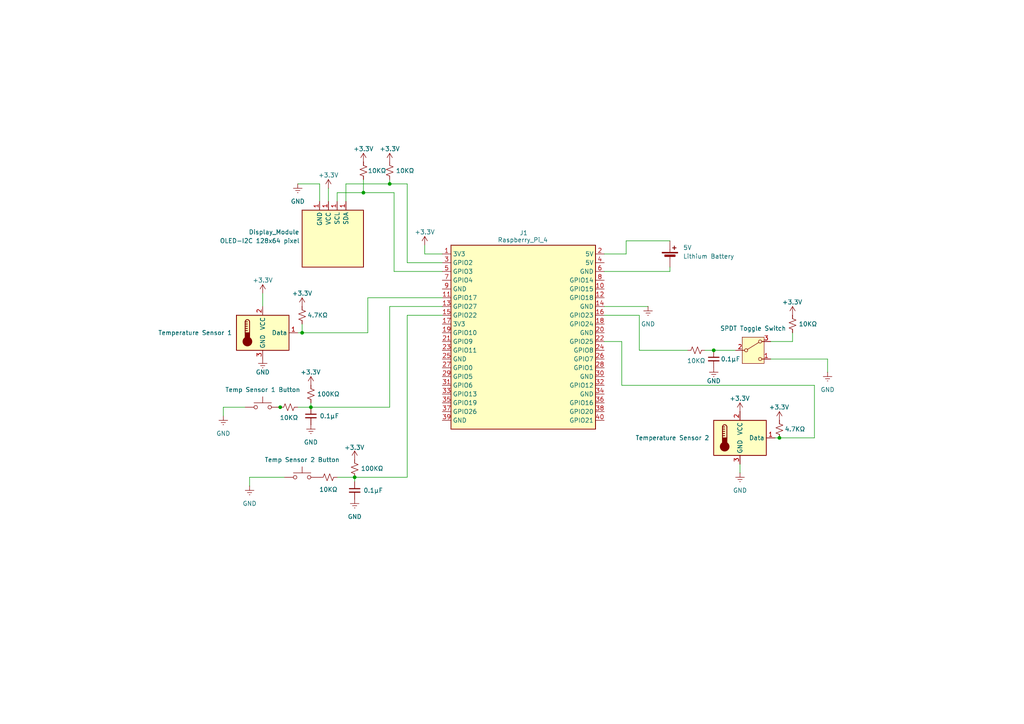
<source format=kicad_sch>
(kicad_sch
	(version 20250114)
	(generator "eeschema")
	(generator_version "9.0")
	(uuid "08b3c446-3f52-48d1-be4b-dc01e6d88d9d")
	(paper "A4")
	(lib_symbols
		(symbol "Connector:Raspberry_Pi_4"
			(exclude_from_sim no)
			(in_bom yes)
			(on_board yes)
			(property "Reference" "J1"
				(at -9.398 28.956 0)
				(effects
					(font
						(size 1.27 1.27)
					)
				)
			)
			(property "Value" "Raspberry_Pi_4"
				(at -9.652 26.924 0)
				(effects
					(font
						(size 1.27 1.27)
					)
				)
			)
			(property "Footprint" ""
				(at 70.104 -47.498 0)
				(effects
					(font
						(size 1.27 1.27)
					)
					(justify left)
					(hide yes)
				)
			)
			(property "Datasheet" "https://datasheets.raspberrypi.com/rpi4/raspberry-pi-4-datasheet.pdf"
				(at 15.748 -32.258 0)
				(effects
					(font
						(size 1.27 1.27)
					)
					(justify left)
					(hide yes)
				)
			)
			(property "Description" "Raspberry Pi 4 Model B"
				(at 15.748 -29.718 0)
				(effects
					(font
						(size 1.27 1.27)
					)
					(justify left)
					(hide yes)
				)
			)
			(property "ki_keywords" "SBC RPi"
				(at 0 0 0)
				(effects
					(font
						(size 1.27 1.27)
					)
					(hide yes)
				)
			)
			(property "ki_fp_filters" "PinHeader*2x20*P2.54mm*Vertical* PinSocket*2x20*P2.54mm*Vertical*"
				(at 0 0 0)
				(effects
					(font
						(size 1.27 1.27)
					)
					(hide yes)
				)
			)
			(symbol "Raspberry_Pi_4_0_1"
				(rectangle
					(start -30.48 25.4)
					(end 11.43 -27.94)
					(stroke
						(width 0.254)
						(type default)
					)
					(fill
						(type background)
					)
				)
			)
			(symbol "Raspberry_Pi_4_1_1"
				(pin bidirectional line
					(at -33.02 22.86 0)
					(length 2.54)
					(name "3V3"
						(effects
							(font
								(size 1.27 1.27)
							)
						)
					)
					(number "1"
						(effects
							(font
								(size 1.27 1.27)
							)
						)
					)
				)
				(pin bidirectional line
					(at -33.02 20.32 0)
					(length 2.54)
					(name "GPIO2"
						(effects
							(font
								(size 1.27 1.27)
							)
						)
					)
					(number "3"
						(effects
							(font
								(size 1.27 1.27)
							)
						)
					)
				)
				(pin bidirectional line
					(at -33.02 17.78 0)
					(length 2.54)
					(name "GPIO3"
						(effects
							(font
								(size 1.27 1.27)
							)
						)
					)
					(number "5"
						(effects
							(font
								(size 1.27 1.27)
							)
						)
					)
				)
				(pin bidirectional line
					(at -33.02 15.24 0)
					(length 2.54)
					(name "GPIO4"
						(effects
							(font
								(size 1.27 1.27)
							)
						)
					)
					(number "7"
						(effects
							(font
								(size 1.27 1.27)
							)
						)
					)
				)
				(pin bidirectional line
					(at -33.02 12.7 0)
					(length 2.54)
					(name "GND"
						(effects
							(font
								(size 1.27 1.27)
							)
						)
					)
					(number "9"
						(effects
							(font
								(size 1.27 1.27)
							)
						)
					)
				)
				(pin bidirectional line
					(at -33.02 10.16 0)
					(length 2.54)
					(name "GPIO17"
						(effects
							(font
								(size 1.27 1.27)
							)
						)
					)
					(number "11"
						(effects
							(font
								(size 1.27 1.27)
							)
						)
					)
				)
				(pin bidirectional line
					(at -33.02 7.62 0)
					(length 2.54)
					(name "GPIO27"
						(effects
							(font
								(size 1.27 1.27)
							)
						)
					)
					(number "13"
						(effects
							(font
								(size 1.27 1.27)
							)
						)
					)
				)
				(pin bidirectional line
					(at -33.02 5.08 0)
					(length 2.54)
					(name "GPIO22"
						(effects
							(font
								(size 1.27 1.27)
							)
						)
					)
					(number "15"
						(effects
							(font
								(size 1.27 1.27)
							)
						)
					)
				)
				(pin bidirectional line
					(at -33.02 2.54 0)
					(length 2.54)
					(name "3V3"
						(effects
							(font
								(size 1.27 1.27)
							)
						)
					)
					(number "17"
						(effects
							(font
								(size 1.27 1.27)
							)
						)
					)
				)
				(pin bidirectional line
					(at -33.02 0 0)
					(length 2.54)
					(name "GPIO10"
						(effects
							(font
								(size 1.27 1.27)
							)
						)
					)
					(number "19"
						(effects
							(font
								(size 1.27 1.27)
							)
						)
					)
				)
				(pin bidirectional line
					(at -33.02 -2.54 0)
					(length 2.54)
					(name "GPIO9"
						(effects
							(font
								(size 1.27 1.27)
							)
						)
					)
					(number "21"
						(effects
							(font
								(size 1.27 1.27)
							)
						)
					)
				)
				(pin bidirectional line
					(at -33.02 -5.08 0)
					(length 2.54)
					(name "GPIO11"
						(effects
							(font
								(size 1.27 1.27)
							)
						)
					)
					(number "23"
						(effects
							(font
								(size 1.27 1.27)
							)
						)
					)
				)
				(pin bidirectional line
					(at -33.02 -7.62 0)
					(length 2.54)
					(name "GND"
						(effects
							(font
								(size 1.27 1.27)
							)
						)
					)
					(number "25"
						(effects
							(font
								(size 1.27 1.27)
							)
						)
					)
				)
				(pin bidirectional line
					(at -33.02 -10.16 0)
					(length 2.54)
					(name "GPIO0"
						(effects
							(font
								(size 1.27 1.27)
							)
						)
					)
					(number "27"
						(effects
							(font
								(size 1.27 1.27)
							)
						)
					)
				)
				(pin bidirectional line
					(at -33.02 -12.7 0)
					(length 2.54)
					(name "GPIO5"
						(effects
							(font
								(size 1.27 1.27)
							)
						)
					)
					(number "29"
						(effects
							(font
								(size 1.27 1.27)
							)
						)
					)
				)
				(pin bidirectional line
					(at -33.02 -15.24 0)
					(length 2.54)
					(name "GPIO6"
						(effects
							(font
								(size 1.27 1.27)
							)
						)
					)
					(number "31"
						(effects
							(font
								(size 1.27 1.27)
							)
						)
					)
				)
				(pin bidirectional line
					(at -33.02 -17.78 0)
					(length 2.54)
					(name "GPIO13"
						(effects
							(font
								(size 1.27 1.27)
							)
						)
					)
					(number "33"
						(effects
							(font
								(size 1.27 1.27)
							)
						)
					)
				)
				(pin bidirectional line
					(at -33.02 -20.32 0)
					(length 2.54)
					(name "GPIO19"
						(effects
							(font
								(size 1.27 1.27)
							)
						)
					)
					(number "35"
						(effects
							(font
								(size 1.27 1.27)
							)
						)
					)
				)
				(pin bidirectional line
					(at -33.02 -22.86 0)
					(length 2.54)
					(name "GPIO26"
						(effects
							(font
								(size 1.27 1.27)
							)
						)
					)
					(number "37"
						(effects
							(font
								(size 1.27 1.27)
							)
						)
					)
				)
				(pin bidirectional line
					(at -33.02 -25.4 0)
					(length 2.54)
					(name "GND"
						(effects
							(font
								(size 1.27 1.27)
							)
						)
					)
					(number "39"
						(effects
							(font
								(size 1.27 1.27)
							)
						)
					)
				)
				(pin power_out line
					(at 13.97 22.86 180)
					(length 2.54)
					(name "5V"
						(effects
							(font
								(size 1.27 1.27)
							)
						)
					)
					(number "2"
						(effects
							(font
								(size 1.27 1.27)
							)
						)
					)
				)
				(pin passive line
					(at 13.97 22.86 180)
					(length 2.54)
					(hide yes)
					(name "5V"
						(effects
							(font
								(size 1.27 1.27)
							)
						)
					)
					(number "4"
						(effects
							(font
								(size 1.27 1.27)
							)
						)
					)
				)
				(pin passive line
					(at 13.97 20.32 180)
					(length 2.54)
					(hide yes)
					(name "3V3"
						(effects
							(font
								(size 1.27 1.27)
							)
						)
					)
					(number "17"
						(effects
							(font
								(size 1.27 1.27)
							)
						)
					)
				)
				(pin power_out line
					(at 13.97 20.32 180)
					(length 2.54)
					(name "5V"
						(effects
							(font
								(size 1.27 1.27)
							)
						)
					)
					(number "4"
						(effects
							(font
								(size 1.27 1.27)
							)
						)
					)
				)
				(pin bidirectional line
					(at 13.97 17.78 180)
					(length 2.54)
					(name "GND"
						(effects
							(font
								(size 1.27 1.27)
							)
						)
					)
					(number "6"
						(effects
							(font
								(size 1.27 1.27)
							)
						)
					)
				)
				(pin bidirectional line
					(at 13.97 15.24 180)
					(length 2.54)
					(name "GPIO14"
						(effects
							(font
								(size 1.27 1.27)
							)
						)
					)
					(number "8"
						(effects
							(font
								(size 1.27 1.27)
							)
						)
					)
				)
				(pin bidirectional line
					(at 13.97 12.7 180)
					(length 2.54)
					(name "GPIO15"
						(effects
							(font
								(size 1.27 1.27)
							)
						)
					)
					(number "10"
						(effects
							(font
								(size 1.27 1.27)
							)
						)
					)
				)
				(pin bidirectional line
					(at 13.97 10.16 180)
					(length 2.54)
					(name "GPIO18"
						(effects
							(font
								(size 1.27 1.27)
							)
						)
					)
					(number "12"
						(effects
							(font
								(size 1.27 1.27)
							)
						)
					)
				)
				(pin bidirectional line
					(at 13.97 7.62 180)
					(length 2.54)
					(name "GND"
						(effects
							(font
								(size 1.27 1.27)
							)
						)
					)
					(number "14"
						(effects
							(font
								(size 1.27 1.27)
							)
						)
					)
				)
				(pin bidirectional line
					(at 13.97 5.08 180)
					(length 2.54)
					(name "GPIO23"
						(effects
							(font
								(size 1.27 1.27)
							)
						)
					)
					(number "16"
						(effects
							(font
								(size 1.27 1.27)
							)
						)
					)
				)
				(pin bidirectional line
					(at 13.97 2.54 180)
					(length 2.54)
					(name "GPIO24"
						(effects
							(font
								(size 1.27 1.27)
							)
						)
					)
					(number "18"
						(effects
							(font
								(size 1.27 1.27)
							)
						)
					)
				)
				(pin bidirectional line
					(at 13.97 0 180)
					(length 2.54)
					(name "GND"
						(effects
							(font
								(size 1.27 1.27)
							)
						)
					)
					(number "20"
						(effects
							(font
								(size 1.27 1.27)
							)
						)
					)
				)
				(pin bidirectional line
					(at 13.97 -2.54 180)
					(length 2.54)
					(name "GPIO25"
						(effects
							(font
								(size 1.27 1.27)
							)
						)
					)
					(number "22"
						(effects
							(font
								(size 1.27 1.27)
							)
						)
					)
				)
				(pin bidirectional line
					(at 13.97 -5.08 180)
					(length 2.54)
					(name "GPIO8"
						(effects
							(font
								(size 1.27 1.27)
							)
						)
					)
					(number "24"
						(effects
							(font
								(size 1.27 1.27)
							)
						)
					)
				)
				(pin bidirectional line
					(at 13.97 -7.62 180)
					(length 2.54)
					(name "GPIO7"
						(effects
							(font
								(size 1.27 1.27)
							)
						)
					)
					(number "26"
						(effects
							(font
								(size 1.27 1.27)
							)
						)
					)
				)
				(pin bidirectional line
					(at 13.97 -10.16 180)
					(length 2.54)
					(name "GPIO1"
						(effects
							(font
								(size 1.27 1.27)
							)
						)
					)
					(number "28"
						(effects
							(font
								(size 1.27 1.27)
							)
						)
					)
				)
				(pin bidirectional line
					(at 13.97 -12.7 180)
					(length 2.54)
					(name "GND"
						(effects
							(font
								(size 1.27 1.27)
							)
						)
					)
					(number "30"
						(effects
							(font
								(size 1.27 1.27)
							)
						)
					)
				)
				(pin bidirectional line
					(at 13.97 -15.24 180)
					(length 2.54)
					(name "GPIO12"
						(effects
							(font
								(size 1.27 1.27)
							)
						)
					)
					(number "32"
						(effects
							(font
								(size 1.27 1.27)
							)
						)
					)
				)
				(pin bidirectional line
					(at 13.97 -17.78 180)
					(length 2.54)
					(name "GND"
						(effects
							(font
								(size 1.27 1.27)
							)
						)
					)
					(number "34"
						(effects
							(font
								(size 1.27 1.27)
							)
						)
					)
				)
				(pin bidirectional line
					(at 13.97 -20.32 180)
					(length 2.54)
					(name "GPIO16"
						(effects
							(font
								(size 1.27 1.27)
							)
						)
					)
					(number "36"
						(effects
							(font
								(size 1.27 1.27)
							)
						)
					)
				)
				(pin bidirectional line
					(at 13.97 -22.86 180)
					(length 2.54)
					(name "GPIO20"
						(effects
							(font
								(size 1.27 1.27)
							)
						)
					)
					(number "38"
						(effects
							(font
								(size 1.27 1.27)
							)
						)
					)
				)
				(pin bidirectional line
					(at 13.97 -25.4 180)
					(length 2.54)
					(name "GPIO21"
						(effects
							(font
								(size 1.27 1.27)
							)
						)
					)
					(number "40"
						(effects
							(font
								(size 1.27 1.27)
							)
						)
					)
				)
			)
			(embedded_fonts no)
		)
		(symbol "Device:Battery_Cell"
			(pin_numbers
				(hide yes)
			)
			(pin_names
				(offset 0)
				(hide yes)
			)
			(exclude_from_sim no)
			(in_bom yes)
			(on_board yes)
			(property "Reference" "BT"
				(at 2.54 2.54 0)
				(effects
					(font
						(size 1.27 1.27)
					)
					(justify left)
				)
			)
			(property "Value" "Battery_Cell"
				(at 2.54 0 0)
				(effects
					(font
						(size 1.27 1.27)
					)
					(justify left)
				)
			)
			(property "Footprint" ""
				(at 0 1.524 90)
				(effects
					(font
						(size 1.27 1.27)
					)
					(hide yes)
				)
			)
			(property "Datasheet" "~"
				(at 0 1.524 90)
				(effects
					(font
						(size 1.27 1.27)
					)
					(hide yes)
				)
			)
			(property "Description" "Single-cell battery"
				(at 0 0 0)
				(effects
					(font
						(size 1.27 1.27)
					)
					(hide yes)
				)
			)
			(property "ki_keywords" "battery cell"
				(at 0 0 0)
				(effects
					(font
						(size 1.27 1.27)
					)
					(hide yes)
				)
			)
			(symbol "Battery_Cell_0_1"
				(rectangle
					(start -2.286 1.778)
					(end 2.286 1.524)
					(stroke
						(width 0)
						(type default)
					)
					(fill
						(type outline)
					)
				)
				(rectangle
					(start -1.524 1.016)
					(end 1.524 0.508)
					(stroke
						(width 0)
						(type default)
					)
					(fill
						(type outline)
					)
				)
				(polyline
					(pts
						(xy 0 1.778) (xy 0 2.54)
					)
					(stroke
						(width 0)
						(type default)
					)
					(fill
						(type none)
					)
				)
				(polyline
					(pts
						(xy 0 0.762) (xy 0 0)
					)
					(stroke
						(width 0)
						(type default)
					)
					(fill
						(type none)
					)
				)
				(polyline
					(pts
						(xy 0.762 3.048) (xy 1.778 3.048)
					)
					(stroke
						(width 0.254)
						(type default)
					)
					(fill
						(type none)
					)
				)
				(polyline
					(pts
						(xy 1.27 3.556) (xy 1.27 2.54)
					)
					(stroke
						(width 0.254)
						(type default)
					)
					(fill
						(type none)
					)
				)
			)
			(symbol "Battery_Cell_1_1"
				(pin passive line
					(at 0 5.08 270)
					(length 2.54)
					(name "+"
						(effects
							(font
								(size 1.27 1.27)
							)
						)
					)
					(number "1"
						(effects
							(font
								(size 1.27 1.27)
							)
						)
					)
				)
				(pin passive line
					(at 0 -2.54 90)
					(length 2.54)
					(name "-"
						(effects
							(font
								(size 1.27 1.27)
							)
						)
					)
					(number "2"
						(effects
							(font
								(size 1.27 1.27)
							)
						)
					)
				)
			)
			(embedded_fonts no)
		)
		(symbol "Device:C_Small"
			(pin_numbers
				(hide yes)
			)
			(pin_names
				(offset 0.254)
				(hide yes)
			)
			(exclude_from_sim no)
			(in_bom yes)
			(on_board yes)
			(property "Reference" "C"
				(at 0.254 1.778 0)
				(effects
					(font
						(size 1.27 1.27)
					)
					(justify left)
				)
			)
			(property "Value" "C_Small"
				(at 0.254 -2.032 0)
				(effects
					(font
						(size 1.27 1.27)
					)
					(justify left)
				)
			)
			(property "Footprint" ""
				(at 0 0 0)
				(effects
					(font
						(size 1.27 1.27)
					)
					(hide yes)
				)
			)
			(property "Datasheet" "~"
				(at 0 0 0)
				(effects
					(font
						(size 1.27 1.27)
					)
					(hide yes)
				)
			)
			(property "Description" "Unpolarized capacitor, small symbol"
				(at 0 0 0)
				(effects
					(font
						(size 1.27 1.27)
					)
					(hide yes)
				)
			)
			(property "ki_keywords" "capacitor cap"
				(at 0 0 0)
				(effects
					(font
						(size 1.27 1.27)
					)
					(hide yes)
				)
			)
			(property "ki_fp_filters" "C_*"
				(at 0 0 0)
				(effects
					(font
						(size 1.27 1.27)
					)
					(hide yes)
				)
			)
			(symbol "C_Small_0_1"
				(polyline
					(pts
						(xy -1.524 0.508) (xy 1.524 0.508)
					)
					(stroke
						(width 0.3048)
						(type default)
					)
					(fill
						(type none)
					)
				)
				(polyline
					(pts
						(xy -1.524 -0.508) (xy 1.524 -0.508)
					)
					(stroke
						(width 0.3302)
						(type default)
					)
					(fill
						(type none)
					)
				)
			)
			(symbol "C_Small_1_1"
				(pin passive line
					(at 0 2.54 270)
					(length 2.032)
					(name "~"
						(effects
							(font
								(size 1.27 1.27)
							)
						)
					)
					(number "1"
						(effects
							(font
								(size 1.27 1.27)
							)
						)
					)
				)
				(pin passive line
					(at 0 -2.54 90)
					(length 2.032)
					(name "~"
						(effects
							(font
								(size 1.27 1.27)
							)
						)
					)
					(number "2"
						(effects
							(font
								(size 1.27 1.27)
							)
						)
					)
				)
			)
			(embedded_fonts no)
		)
		(symbol "Device:R_Small_US"
			(pin_numbers
				(hide yes)
			)
			(pin_names
				(offset 0.254)
				(hide yes)
			)
			(exclude_from_sim no)
			(in_bom yes)
			(on_board yes)
			(property "Reference" "R"
				(at 0.762 0.508 0)
				(effects
					(font
						(size 1.27 1.27)
					)
					(justify left)
				)
			)
			(property "Value" "R_Small_US"
				(at 0.762 -1.016 0)
				(effects
					(font
						(size 1.27 1.27)
					)
					(justify left)
				)
			)
			(property "Footprint" ""
				(at 0 0 0)
				(effects
					(font
						(size 1.27 1.27)
					)
					(hide yes)
				)
			)
			(property "Datasheet" "~"
				(at 0 0 0)
				(effects
					(font
						(size 1.27 1.27)
					)
					(hide yes)
				)
			)
			(property "Description" "Resistor, small US symbol"
				(at 0 0 0)
				(effects
					(font
						(size 1.27 1.27)
					)
					(hide yes)
				)
			)
			(property "ki_keywords" "r resistor"
				(at 0 0 0)
				(effects
					(font
						(size 1.27 1.27)
					)
					(hide yes)
				)
			)
			(property "ki_fp_filters" "R_*"
				(at 0 0 0)
				(effects
					(font
						(size 1.27 1.27)
					)
					(hide yes)
				)
			)
			(symbol "R_Small_US_1_1"
				(polyline
					(pts
						(xy 0 1.524) (xy 1.016 1.143) (xy 0 0.762) (xy -1.016 0.381) (xy 0 0)
					)
					(stroke
						(width 0)
						(type default)
					)
					(fill
						(type none)
					)
				)
				(polyline
					(pts
						(xy 0 0) (xy 1.016 -0.381) (xy 0 -0.762) (xy -1.016 -1.143) (xy 0 -1.524)
					)
					(stroke
						(width 0)
						(type default)
					)
					(fill
						(type none)
					)
				)
				(pin passive line
					(at 0 2.54 270)
					(length 1.016)
					(name "~"
						(effects
							(font
								(size 1.27 1.27)
							)
						)
					)
					(number "1"
						(effects
							(font
								(size 1.27 1.27)
							)
						)
					)
				)
				(pin passive line
					(at 0 -2.54 90)
					(length 1.016)
					(name "~"
						(effects
							(font
								(size 1.27 1.27)
							)
						)
					)
					(number "2"
						(effects
							(font
								(size 1.27 1.27)
							)
						)
					)
				)
			)
			(embedded_fonts no)
		)
		(symbol "Display_Graphic:OLED-128O064D"
			(exclude_from_sim no)
			(in_bom yes)
			(on_board yes)
			(property "Reference" "Display_Module"
				(at -23.114 -21.59 0)
				(effects
					(font
						(size 1.27 1.27)
					)
					(justify left)
				)
			)
			(property "Value" "OLED-I2C 128x64 pixel"
				(at -31.496 -24.13 0)
				(effects
					(font
						(size 1.27 1.27)
					)
					(justify left)
				)
			)
			(property "Footprint" "Display:OLED-128O064D"
				(at 0 0 0)
				(effects
					(font
						(size 1.27 1.27)
					)
					(hide yes)
				)
			)
			(property "Datasheet" "https://www.vishay.com/docs/37902/oled128o064dbpp3n00000.pdf"
				(at 0 20.32 0)
				(effects
					(font
						(size 1.27 1.27)
					)
					(hide yes)
				)
			)
			(property "Description" "OLED display 128x64"
				(at 0 0 0)
				(effects
					(font
						(size 1.27 1.27)
					)
					(hide yes)
				)
			)
			(property "ki_keywords" "display oled"
				(at 0 0 0)
				(effects
					(font
						(size 1.27 1.27)
					)
					(hide yes)
				)
			)
			(property "ki_fp_filters" "OLED?128O064D*"
				(at 0 0 0)
				(effects
					(font
						(size 1.27 1.27)
					)
					(hide yes)
				)
			)
			(symbol "OLED-128O064D_0_1"
				(rectangle
					(start -7.62 -15.24)
					(end 10.16 -31.75)
					(stroke
						(width 0.254)
						(type default)
					)
					(fill
						(type background)
					)
				)
			)
			(symbol "OLED-128O064D_1_1"
				(pin power_in line
					(at -2.54 -12.7 270)
					(length 2.54)
					(name "GND"
						(effects
							(font
								(size 1.27 1.27)
							)
						)
					)
					(number "1"
						(effects
							(font
								(size 1.27 1.27)
							)
						)
					)
				)
				(pin power_in line
					(at 0 -12.7 270)
					(length 2.54)
					(name "VCC"
						(effects
							(font
								(size 1.27 1.27)
							)
						)
					)
					(number "1"
						(effects
							(font
								(size 1.27 1.27)
							)
						)
					)
				)
				(pin power_in line
					(at 2.54 -12.7 270)
					(length 2.54)
					(name "SCL"
						(effects
							(font
								(size 1.27 1.27)
							)
						)
					)
					(number "1"
						(effects
							(font
								(size 1.27 1.27)
							)
						)
					)
				)
				(pin power_in line
					(at 5.08 -12.7 270)
					(length 2.54)
					(name "SDA"
						(effects
							(font
								(size 1.27 1.27)
							)
						)
					)
					(number "1"
						(effects
							(font
								(size 1.27 1.27)
							)
						)
					)
				)
				(pin no_connect line
					(at 10.16 -15.24 180)
					(length 2.54)
					(hide yes)
					(name "NC"
						(effects
							(font
								(size 1.27 1.27)
							)
						)
					)
					(number "7"
						(effects
							(font
								(size 1.27 1.27)
							)
						)
					)
				)
			)
			(embedded_fonts no)
		)
		(symbol "LM35-D_1"
			(exclude_from_sim no)
			(in_bom yes)
			(on_board yes)
			(property "Reference" "U2"
				(at -8.89 1.2701 0)
				(effects
					(font
						(size 1.27 1.27)
					)
					(justify right)
					(hide yes)
				)
			)
			(property "Value" "Temperature Sensor 1"
				(at -8.89 0.0001 0)
				(effects
					(font
						(size 1.27 1.27)
					)
					(justify right)
				)
			)
			(property "Footprint" "Package_SO:SOIC-8_3.9x4.9mm_P1.27mm"
				(at 0 -10.16 0)
				(effects
					(font
						(size 1.27 1.27)
					)
					(hide yes)
				)
			)
			(property "Datasheet" "http://www.ti.com/lit/ds/symlink/lm35.pdf"
				(at -0.254 -12.446 0)
				(effects
					(font
						(size 1.27 1.27)
					)
					(hide yes)
				)
			)
			(property "Description" "Precision centigrade temperature sensor, SOIC-8"
				(at 2.794 -16.002 0)
				(effects
					(font
						(size 1.27 1.27)
					)
					(hide yes)
				)
			)
			(property "ki_keywords" "temperature sensor thermistor"
				(at 0 0 0)
				(effects
					(font
						(size 1.27 1.27)
					)
					(hide yes)
				)
			)
			(property "ki_fp_filters" "SOIC*"
				(at 0 0 0)
				(effects
					(font
						(size 1.27 1.27)
					)
					(hide yes)
				)
			)
			(symbol "LM35-D_1_0_1"
				(rectangle
					(start -7.62 5.08)
					(end 7.62 -5.08)
					(stroke
						(width 0.254)
						(type default)
					)
					(fill
						(type background)
					)
				)
				(polyline
					(pts
						(xy -5.08 3.175) (xy -5.08 0)
					)
					(stroke
						(width 0.254)
						(type default)
					)
					(fill
						(type none)
					)
				)
				(polyline
					(pts
						(xy -5.08 3.175) (xy -4.445 3.175)
					)
					(stroke
						(width 0.254)
						(type default)
					)
					(fill
						(type none)
					)
				)
				(polyline
					(pts
						(xy -5.08 2.54) (xy -4.445 2.54)
					)
					(stroke
						(width 0.254)
						(type default)
					)
					(fill
						(type none)
					)
				)
				(polyline
					(pts
						(xy -5.08 1.905) (xy -4.445 1.905)
					)
					(stroke
						(width 0.254)
						(type default)
					)
					(fill
						(type none)
					)
				)
				(polyline
					(pts
						(xy -5.08 1.27) (xy -4.445 1.27)
					)
					(stroke
						(width 0.254)
						(type default)
					)
					(fill
						(type none)
					)
				)
				(polyline
					(pts
						(xy -5.08 0.635) (xy -4.445 0.635)
					)
					(stroke
						(width 0.254)
						(type default)
					)
					(fill
						(type none)
					)
				)
				(arc
					(start -5.08 3.175)
					(mid -4.445 3.8073)
					(end -3.81 3.175)
					(stroke
						(width 0.254)
						(type default)
					)
					(fill
						(type none)
					)
				)
				(circle
					(center -4.445 -2.54)
					(radius 1.27)
					(stroke
						(width 0.254)
						(type default)
					)
					(fill
						(type outline)
					)
				)
				(polyline
					(pts
						(xy -3.81 3.175) (xy -3.81 0)
					)
					(stroke
						(width 0.254)
						(type default)
					)
					(fill
						(type none)
					)
				)
				(rectangle
					(start -3.81 -1.905)
					(end -5.08 0)
					(stroke
						(width 0.254)
						(type default)
					)
					(fill
						(type outline)
					)
				)
			)
			(symbol "LM35-D_1_1_1"
				(pin no_connect line
					(at -2.54 5.08 270)
					(length 2.54)
					(hide yes)
					(name "NC"
						(effects
							(font
								(size 1.27 1.27)
							)
						)
					)
					(number "3"
						(effects
							(font
								(size 1.27 1.27)
							)
						)
					)
				)
				(pin no_connect line
					(at -2.54 -5.08 90)
					(length 2.54)
					(hide yes)
					(name "NC"
						(effects
							(font
								(size 1.27 1.27)
							)
						)
					)
					(number "2"
						(effects
							(font
								(size 1.27 1.27)
							)
						)
					)
				)
				(pin power_in line
					(at 0 7.62 270)
					(length 2.54)
					(name "VCC"
						(effects
							(font
								(size 1.27 1.27)
							)
						)
					)
					(number "2"
						(effects
							(font
								(size 1.27 1.27)
							)
						)
					)
				)
				(pin power_in line
					(at 0 -7.62 90)
					(length 2.54)
					(name "GND"
						(effects
							(font
								(size 1.27 1.27)
							)
						)
					)
					(number "3"
						(effects
							(font
								(size 1.27 1.27)
							)
						)
					)
				)
				(pin no_connect line
					(at 2.54 -5.08 90)
					(length 2.54)
					(hide yes)
					(name "NC"
						(effects
							(font
								(size 1.27 1.27)
							)
						)
					)
					(number "5"
						(effects
							(font
								(size 1.27 1.27)
							)
						)
					)
				)
				(pin no_connect line
					(at 5.08 -5.08 90)
					(length 2.54)
					(hide yes)
					(name "NC"
						(effects
							(font
								(size 1.27 1.27)
							)
						)
					)
					(number "6"
						(effects
							(font
								(size 1.27 1.27)
							)
						)
					)
				)
				(pin no_connect line
					(at 7.62 2.54 180)
					(length 2.54)
					(hide yes)
					(name "NC"
						(effects
							(font
								(size 1.27 1.27)
							)
						)
					)
					(number "7"
						(effects
							(font
								(size 1.27 1.27)
							)
						)
					)
				)
				(pin output line
					(at 10.16 0 180)
					(length 2.54)
					(name "Data"
						(effects
							(font
								(size 1.27 1.27)
							)
						)
					)
					(number "1"
						(effects
							(font
								(size 1.27 1.27)
							)
						)
					)
				)
			)
			(embedded_fonts no)
		)
		(symbol "R_Small_US_1"
			(pin_numbers
				(hide yes)
			)
			(pin_names
				(offset 0.254)
				(hide yes)
			)
			(exclude_from_sim no)
			(in_bom yes)
			(on_board yes)
			(property "Reference" "R2"
				(at 1.2701 -2.54 90)
				(effects
					(font
						(size 1.27 1.27)
					)
					(justify right)
					(hide yes)
				)
			)
			(property "Value" "10K"
				(at 2.032 -2.54 0)
				(effects
					(font
						(size 1.27 1.27)
					)
					(justify right)
				)
			)
			(property "Footprint" ""
				(at 0 0 0)
				(effects
					(font
						(size 1.27 1.27)
					)
					(hide yes)
				)
			)
			(property "Datasheet" "~"
				(at 0 0 0)
				(effects
					(font
						(size 1.27 1.27)
					)
					(hide yes)
				)
			)
			(property "Description" "Resistor, small US symbol"
				(at 0 0 90)
				(effects
					(font
						(size 1.27 1.27)
					)
					(hide yes)
				)
			)
			(property "ki_keywords" "r resistor"
				(at 0 0 0)
				(effects
					(font
						(size 1.27 1.27)
					)
					(hide yes)
				)
			)
			(property "ki_fp_filters" "R_*"
				(at 0 0 0)
				(effects
					(font
						(size 1.27 1.27)
					)
					(hide yes)
				)
			)
			(symbol "R_Small_US_1_1_1"
				(polyline
					(pts
						(xy 0 0) (xy -0.381 -1.016) (xy -0.762 0) (xy -1.143 1.016) (xy -1.524 0)
					)
					(stroke
						(width 0)
						(type default)
					)
					(fill
						(type none)
					)
				)
				(polyline
					(pts
						(xy 1.524 0) (xy 1.143 -1.016) (xy 0.762 0) (xy 0.381 1.016) (xy 0 0)
					)
					(stroke
						(width 0)
						(type default)
					)
					(fill
						(type none)
					)
				)
				(pin passive line
					(at -2.54 0 0)
					(length 1.016)
					(name "~"
						(effects
							(font
								(size 1.27 1.27)
							)
						)
					)
					(number "2"
						(effects
							(font
								(size 1.27 1.27)
							)
						)
					)
				)
				(pin passive line
					(at 2.54 0 180)
					(length 1.016)
					(name "~"
						(effects
							(font
								(size 1.27 1.27)
							)
						)
					)
					(number "1"
						(effects
							(font
								(size 1.27 1.27)
							)
						)
					)
				)
			)
			(embedded_fonts no)
		)
		(symbol "Sensor_Temperature:LM35-D"
			(exclude_from_sim no)
			(in_bom yes)
			(on_board yes)
			(property "Reference" "U1"
				(at -8.89 1.2701 0)
				(effects
					(font
						(size 1.27 1.27)
					)
					(justify right)
					(hide yes)
				)
			)
			(property "Value" "Temperature Sensor 1"
				(at -8.89 -1.2699 0)
				(effects
					(font
						(size 1.27 1.27)
					)
					(justify right)
				)
			)
			(property "Footprint" "Package_SO:SOIC-8_3.9x4.9mm_P1.27mm"
				(at 0 -10.16 0)
				(effects
					(font
						(size 1.27 1.27)
					)
					(hide yes)
				)
			)
			(property "Datasheet" "http://www.ti.com/lit/ds/symlink/lm35.pdf"
				(at -0.254 -12.446 0)
				(effects
					(font
						(size 1.27 1.27)
					)
					(hide yes)
				)
			)
			(property "Description" "Precision centigrade temperature sensor, SOIC-8"
				(at 2.794 -16.002 0)
				(effects
					(font
						(size 1.27 1.27)
					)
					(hide yes)
				)
			)
			(property "ki_keywords" "temperature sensor thermistor"
				(at 0 0 0)
				(effects
					(font
						(size 1.27 1.27)
					)
					(hide yes)
				)
			)
			(property "ki_fp_filters" "SOIC*"
				(at 0 0 0)
				(effects
					(font
						(size 1.27 1.27)
					)
					(hide yes)
				)
			)
			(symbol "LM35-D_0_1"
				(rectangle
					(start -7.62 5.08)
					(end 7.62 -5.08)
					(stroke
						(width 0.254)
						(type default)
					)
					(fill
						(type background)
					)
				)
				(polyline
					(pts
						(xy -5.08 3.175) (xy -5.08 0)
					)
					(stroke
						(width 0.254)
						(type default)
					)
					(fill
						(type none)
					)
				)
				(polyline
					(pts
						(xy -5.08 3.175) (xy -4.445 3.175)
					)
					(stroke
						(width 0.254)
						(type default)
					)
					(fill
						(type none)
					)
				)
				(polyline
					(pts
						(xy -5.08 2.54) (xy -4.445 2.54)
					)
					(stroke
						(width 0.254)
						(type default)
					)
					(fill
						(type none)
					)
				)
				(polyline
					(pts
						(xy -5.08 1.905) (xy -4.445 1.905)
					)
					(stroke
						(width 0.254)
						(type default)
					)
					(fill
						(type none)
					)
				)
				(polyline
					(pts
						(xy -5.08 1.27) (xy -4.445 1.27)
					)
					(stroke
						(width 0.254)
						(type default)
					)
					(fill
						(type none)
					)
				)
				(polyline
					(pts
						(xy -5.08 0.635) (xy -4.445 0.635)
					)
					(stroke
						(width 0.254)
						(type default)
					)
					(fill
						(type none)
					)
				)
				(arc
					(start -5.08 3.175)
					(mid -4.445 3.8073)
					(end -3.81 3.175)
					(stroke
						(width 0.254)
						(type default)
					)
					(fill
						(type none)
					)
				)
				(circle
					(center -4.445 -2.54)
					(radius 1.27)
					(stroke
						(width 0.254)
						(type default)
					)
					(fill
						(type outline)
					)
				)
				(polyline
					(pts
						(xy -3.81 3.175) (xy -3.81 0)
					)
					(stroke
						(width 0.254)
						(type default)
					)
					(fill
						(type none)
					)
				)
				(rectangle
					(start -3.81 -1.905)
					(end -5.08 0)
					(stroke
						(width 0.254)
						(type default)
					)
					(fill
						(type outline)
					)
				)
			)
			(symbol "LM35-D_1_1"
				(pin no_connect line
					(at -2.54 5.08 270)
					(length 2.54)
					(hide yes)
					(name "NC"
						(effects
							(font
								(size 1.27 1.27)
							)
						)
					)
					(number "3"
						(effects
							(font
								(size 1.27 1.27)
							)
						)
					)
				)
				(pin no_connect line
					(at -2.54 -5.08 90)
					(length 2.54)
					(hide yes)
					(name "NC"
						(effects
							(font
								(size 1.27 1.27)
							)
						)
					)
					(number "2"
						(effects
							(font
								(size 1.27 1.27)
							)
						)
					)
				)
				(pin power_in line
					(at 0 7.62 270)
					(length 2.54)
					(name "VCC"
						(effects
							(font
								(size 1.27 1.27)
							)
						)
					)
					(number "2"
						(effects
							(font
								(size 1.27 1.27)
							)
						)
					)
				)
				(pin power_in line
					(at 0 -7.62 90)
					(length 2.54)
					(name "GND"
						(effects
							(font
								(size 1.27 1.27)
							)
						)
					)
					(number "3"
						(effects
							(font
								(size 1.27 1.27)
							)
						)
					)
				)
				(pin no_connect line
					(at 2.54 -5.08 90)
					(length 2.54)
					(hide yes)
					(name "NC"
						(effects
							(font
								(size 1.27 1.27)
							)
						)
					)
					(number "5"
						(effects
							(font
								(size 1.27 1.27)
							)
						)
					)
				)
				(pin no_connect line
					(at 5.08 -5.08 90)
					(length 2.54)
					(hide yes)
					(name "NC"
						(effects
							(font
								(size 1.27 1.27)
							)
						)
					)
					(number "6"
						(effects
							(font
								(size 1.27 1.27)
							)
						)
					)
				)
				(pin no_connect line
					(at 7.62 2.54 180)
					(length 2.54)
					(hide yes)
					(name "NC"
						(effects
							(font
								(size 1.27 1.27)
							)
						)
					)
					(number "7"
						(effects
							(font
								(size 1.27 1.27)
							)
						)
					)
				)
				(pin output line
					(at 10.16 0 180)
					(length 2.54)
					(name "Data"
						(effects
							(font
								(size 1.27 1.27)
							)
						)
					)
					(number "1"
						(effects
							(font
								(size 1.27 1.27)
							)
						)
					)
				)
			)
			(embedded_fonts no)
		)
		(symbol "Switch:SW_Nidec_CAS-120A1"
			(pin_names
				(offset 1)
				(hide yes)
			)
			(exclude_from_sim no)
			(in_bom yes)
			(on_board yes)
			(property "Reference" "SW1"
				(at 7.874 10.922 0)
				(effects
					(font
						(size 1.27 1.27)
					)
					(hide yes)
				)
			)
			(property "Value" "SPDT Toggle Switch"
				(at 0 6.35 0)
				(effects
					(font
						(size 1.27 1.27)
					)
				)
			)
			(property "Footprint" "Button_Switch_SMD:Nidec_Copal_CAS-120A"
				(at 0 -10.16 0)
				(effects
					(font
						(size 1.27 1.27)
					)
					(hide yes)
				)
			)
			(property "Datasheet" "https://www.nidec-components.com/e/catalog/switch/cas.pdf"
				(at 0 -7.62 0)
				(effects
					(font
						(size 1.27 1.27)
					)
					(hide yes)
				)
			)
			(property "Description" "Switch, single pole double throw"
				(at 0 0 0)
				(effects
					(font
						(size 1.27 1.27)
					)
					(hide yes)
				)
			)
			(property "ki_keywords" "switch single-pole double-throw spdt ON-ON"
				(at 0 0 0)
				(effects
					(font
						(size 1.27 1.27)
					)
					(hide yes)
				)
			)
			(property "ki_fp_filters" "*Nidec?Copal?CAS?120A*"
				(at 0 0 0)
				(effects
					(font
						(size 1.27 1.27)
					)
					(hide yes)
				)
			)
			(symbol "SW_Nidec_CAS-120A1_0_1"
				(circle
					(center -2.032 0)
					(radius 0.4572)
					(stroke
						(width 0)
						(type default)
					)
					(fill
						(type none)
					)
				)
				(polyline
					(pts
						(xy -1.651 0.254) (xy 1.651 2.286)
					)
					(stroke
						(width 0)
						(type default)
					)
					(fill
						(type none)
					)
				)
				(circle
					(center 2.032 2.54)
					(radius 0.4572)
					(stroke
						(width 0)
						(type default)
					)
					(fill
						(type none)
					)
				)
				(circle
					(center 2.032 -2.54)
					(radius 0.4572)
					(stroke
						(width 0)
						(type default)
					)
					(fill
						(type none)
					)
				)
			)
			(symbol "SW_Nidec_CAS-120A1_1_1"
				(rectangle
					(start -3.175 3.81)
					(end 3.175 -3.81)
					(stroke
						(width 0)
						(type default)
					)
					(fill
						(type background)
					)
				)
				(pin passive line
					(at -5.08 0 0)
					(length 2.54)
					(name "B"
						(effects
							(font
								(size 1.27 1.27)
							)
						)
					)
					(number "2"
						(effects
							(font
								(size 1.27 1.27)
							)
						)
					)
				)
				(pin passive line
					(at 5.08 2.54 180)
					(length 2.54)
					(name "A"
						(effects
							(font
								(size 1.27 1.27)
							)
						)
					)
					(number "3"
						(effects
							(font
								(size 1.27 1.27)
							)
						)
					)
				)
				(pin passive line
					(at 5.08 -2.54 180)
					(length 2.54)
					(name "C"
						(effects
							(font
								(size 1.27 1.27)
							)
						)
					)
					(number "1"
						(effects
							(font
								(size 1.27 1.27)
							)
						)
					)
				)
			)
			(embedded_fonts no)
		)
		(symbol "Switch:SW_Push"
			(pin_numbers
				(hide yes)
			)
			(pin_names
				(offset 1.016)
				(hide yes)
			)
			(exclude_from_sim no)
			(in_bom yes)
			(on_board yes)
			(property "Reference" "SW"
				(at 1.27 2.54 0)
				(effects
					(font
						(size 1.27 1.27)
					)
					(justify left)
				)
			)
			(property "Value" "SW_Push"
				(at 0 -1.524 0)
				(effects
					(font
						(size 1.27 1.27)
					)
				)
			)
			(property "Footprint" ""
				(at 0 5.08 0)
				(effects
					(font
						(size 1.27 1.27)
					)
					(hide yes)
				)
			)
			(property "Datasheet" "~"
				(at 0 5.08 0)
				(effects
					(font
						(size 1.27 1.27)
					)
					(hide yes)
				)
			)
			(property "Description" "Push button switch, generic, two pins"
				(at 0 0 0)
				(effects
					(font
						(size 1.27 1.27)
					)
					(hide yes)
				)
			)
			(property "ki_keywords" "switch normally-open pushbutton push-button"
				(at 0 0 0)
				(effects
					(font
						(size 1.27 1.27)
					)
					(hide yes)
				)
			)
			(symbol "SW_Push_0_1"
				(circle
					(center -2.032 0)
					(radius 0.508)
					(stroke
						(width 0)
						(type default)
					)
					(fill
						(type none)
					)
				)
				(polyline
					(pts
						(xy 0 1.27) (xy 0 3.048)
					)
					(stroke
						(width 0)
						(type default)
					)
					(fill
						(type none)
					)
				)
				(circle
					(center 2.032 0)
					(radius 0.508)
					(stroke
						(width 0)
						(type default)
					)
					(fill
						(type none)
					)
				)
				(polyline
					(pts
						(xy 2.54 1.27) (xy -2.54 1.27)
					)
					(stroke
						(width 0)
						(type default)
					)
					(fill
						(type none)
					)
				)
				(pin passive line
					(at -5.08 0 0)
					(length 2.54)
					(name "1"
						(effects
							(font
								(size 1.27 1.27)
							)
						)
					)
					(number "1"
						(effects
							(font
								(size 1.27 1.27)
							)
						)
					)
				)
				(pin passive line
					(at 5.08 0 180)
					(length 2.54)
					(name "2"
						(effects
							(font
								(size 1.27 1.27)
							)
						)
					)
					(number "2"
						(effects
							(font
								(size 1.27 1.27)
							)
						)
					)
				)
			)
			(embedded_fonts no)
		)
		(symbol "power:+5V"
			(power)
			(pin_numbers
				(hide yes)
			)
			(pin_names
				(offset 0)
				(hide yes)
			)
			(exclude_from_sim no)
			(in_bom yes)
			(on_board yes)
			(property "Reference" "#PWR"
				(at 0 -3.81 0)
				(effects
					(font
						(size 1.27 1.27)
					)
					(hide yes)
				)
			)
			(property "Value" "+5V"
				(at 0 3.556 0)
				(effects
					(font
						(size 1.27 1.27)
					)
				)
			)
			(property "Footprint" ""
				(at 0 0 0)
				(effects
					(font
						(size 1.27 1.27)
					)
					(hide yes)
				)
			)
			(property "Datasheet" ""
				(at 0 0 0)
				(effects
					(font
						(size 1.27 1.27)
					)
					(hide yes)
				)
			)
			(property "Description" "Power symbol creates a global label with name \"+5V\""
				(at 0 0 0)
				(effects
					(font
						(size 1.27 1.27)
					)
					(hide yes)
				)
			)
			(property "ki_keywords" "global power"
				(at 0 0 0)
				(effects
					(font
						(size 1.27 1.27)
					)
					(hide yes)
				)
			)
			(symbol "+5V_0_1"
				(polyline
					(pts
						(xy -0.762 1.27) (xy 0 2.54)
					)
					(stroke
						(width 0)
						(type default)
					)
					(fill
						(type none)
					)
				)
				(polyline
					(pts
						(xy 0 2.54) (xy 0.762 1.27)
					)
					(stroke
						(width 0)
						(type default)
					)
					(fill
						(type none)
					)
				)
				(polyline
					(pts
						(xy 0 0) (xy 0 2.54)
					)
					(stroke
						(width 0)
						(type default)
					)
					(fill
						(type none)
					)
				)
			)
			(symbol "+5V_1_1"
				(pin power_in line
					(at 0 0 90)
					(length 0)
					(name "~"
						(effects
							(font
								(size 1.27 1.27)
							)
						)
					)
					(number "1"
						(effects
							(font
								(size 1.27 1.27)
							)
						)
					)
				)
			)
			(embedded_fonts no)
		)
		(symbol "power:Earth"
			(power)
			(pin_numbers
				(hide yes)
			)
			(pin_names
				(offset 0)
				(hide yes)
			)
			(exclude_from_sim no)
			(in_bom yes)
			(on_board yes)
			(property "Reference" "#PWR"
				(at 0 -6.35 0)
				(effects
					(font
						(size 1.27 1.27)
					)
					(hide yes)
				)
			)
			(property "Value" "Earth"
				(at 0 -3.81 0)
				(effects
					(font
						(size 1.27 1.27)
					)
				)
			)
			(property "Footprint" ""
				(at 0 0 0)
				(effects
					(font
						(size 1.27 1.27)
					)
					(hide yes)
				)
			)
			(property "Datasheet" "~"
				(at 0 0 0)
				(effects
					(font
						(size 1.27 1.27)
					)
					(hide yes)
				)
			)
			(property "Description" "Power symbol creates a global label with name \"Earth\""
				(at 0 0 0)
				(effects
					(font
						(size 1.27 1.27)
					)
					(hide yes)
				)
			)
			(property "ki_keywords" "global ground gnd"
				(at 0 0 0)
				(effects
					(font
						(size 1.27 1.27)
					)
					(hide yes)
				)
			)
			(symbol "Earth_0_1"
				(polyline
					(pts
						(xy -0.635 -1.905) (xy 0.635 -1.905)
					)
					(stroke
						(width 0)
						(type default)
					)
					(fill
						(type none)
					)
				)
				(polyline
					(pts
						(xy -0.127 -2.54) (xy 0.127 -2.54)
					)
					(stroke
						(width 0)
						(type default)
					)
					(fill
						(type none)
					)
				)
				(polyline
					(pts
						(xy 0 -1.27) (xy 0 0)
					)
					(stroke
						(width 0)
						(type default)
					)
					(fill
						(type none)
					)
				)
				(polyline
					(pts
						(xy 1.27 -1.27) (xy -1.27 -1.27)
					)
					(stroke
						(width 0)
						(type default)
					)
					(fill
						(type none)
					)
				)
			)
			(symbol "Earth_1_1"
				(pin power_in line
					(at 0 0 270)
					(length 0)
					(name "~"
						(effects
							(font
								(size 1.27 1.27)
							)
						)
					)
					(number "1"
						(effects
							(font
								(size 1.27 1.27)
							)
						)
					)
				)
			)
			(embedded_fonts no)
		)
	)
	(junction
		(at 207.01 101.6)
		(diameter 0)
		(color 0 0 0 0)
		(uuid "20d50b59-f4f6-4865-9b20-bd02d22ac7bf")
	)
	(junction
		(at 113.03 53.34)
		(diameter 0)
		(color 0 0 0 0)
		(uuid "3763e0d6-bef8-46a8-8a5e-9da28887be4e")
	)
	(junction
		(at 87.63 96.52)
		(diameter 0)
		(color 0 0 0 0)
		(uuid "48fb3b6b-eb3d-43c3-ab10-0089ec72cc85")
	)
	(junction
		(at 226.06 127)
		(diameter 0)
		(color 0 0 0 0)
		(uuid "6f7d921d-37ce-4e7f-8acb-dcab34a1bc13")
	)
	(junction
		(at 105.41 55.88)
		(diameter 0)
		(color 0 0 0 0)
		(uuid "aaca8612-35b8-44cb-bab1-d3c37dacfae8")
	)
	(junction
		(at 81.28 118.11)
		(diameter 0)
		(color 0 0 0 0)
		(uuid "cbe8ccb0-63f9-4679-8036-47a4347b4778")
	)
	(junction
		(at 90.17 118.11)
		(diameter 0)
		(color 0 0 0 0)
		(uuid "db47ab9c-eb95-427a-95d3-e1d82ae6b1fb")
	)
	(junction
		(at 102.87 138.43)
		(diameter 0)
		(color 0 0 0 0)
		(uuid "ec1bb50c-462e-4002-bd21-eab5e175a634")
	)
	(wire
		(pts
			(xy 97.79 138.43) (xy 102.87 138.43)
		)
		(stroke
			(width 0)
			(type default)
		)
		(uuid "051149f6-42f6-43d3-81ca-939846e759c5")
	)
	(wire
		(pts
			(xy 223.52 99.06) (xy 229.87 99.06)
		)
		(stroke
			(width 0)
			(type default)
		)
		(uuid "0a7c60c3-eb3c-48d6-934a-fdaaa30b90e0")
	)
	(wire
		(pts
			(xy 175.26 91.44) (xy 185.42 91.44)
		)
		(stroke
			(width 0)
			(type default)
		)
		(uuid "0c83c982-3c5c-43d4-9c76-c0904e686a23")
	)
	(wire
		(pts
			(xy 185.42 91.44) (xy 185.42 101.6)
		)
		(stroke
			(width 0)
			(type default)
		)
		(uuid "149e514a-4879-4979-8ea0-3acc4a0f592d")
	)
	(wire
		(pts
			(xy 181.61 73.66) (xy 175.26 73.66)
		)
		(stroke
			(width 0)
			(type default)
		)
		(uuid "1931ed2a-36a4-4f42-92b7-bbacf0d097ad")
	)
	(wire
		(pts
			(xy 180.34 111.76) (xy 180.34 99.06)
		)
		(stroke
			(width 0)
			(type default)
		)
		(uuid "1ddd3a4d-a3d5-4f12-afab-63e7a916430f")
	)
	(wire
		(pts
			(xy 123.19 73.66) (xy 123.19 71.12)
		)
		(stroke
			(width 0)
			(type default)
		)
		(uuid "1f44122c-d596-4b68-8144-8585917568e3")
	)
	(wire
		(pts
			(xy 181.61 69.85) (xy 181.61 73.66)
		)
		(stroke
			(width 0)
			(type default)
		)
		(uuid "2433abfd-9b0d-469c-9d88-025a5f8cc3f2")
	)
	(wire
		(pts
			(xy 114.3 78.74) (xy 128.27 78.74)
		)
		(stroke
			(width 0)
			(type default)
		)
		(uuid "2a72ed24-a5d7-4e37-bce8-57766c27d0e6")
	)
	(wire
		(pts
			(xy 175.26 78.74) (xy 194.31 78.74)
		)
		(stroke
			(width 0)
			(type default)
		)
		(uuid "2c23fc68-a5a7-4c29-b72f-b598d294c9e8")
	)
	(wire
		(pts
			(xy 100.33 53.34) (xy 113.03 53.34)
		)
		(stroke
			(width 0)
			(type default)
		)
		(uuid "2ed3c611-eef2-4c06-998c-1da5e4592bad")
	)
	(wire
		(pts
			(xy 118.11 53.34) (xy 118.11 76.2)
		)
		(stroke
			(width 0)
			(type default)
		)
		(uuid "349ac7ed-ea86-4a1f-8e4e-1e5848e14bf2")
	)
	(wire
		(pts
			(xy 113.03 53.34) (xy 118.11 53.34)
		)
		(stroke
			(width 0)
			(type default)
		)
		(uuid "37b6ad66-c062-406a-a00c-4b6fef3c9d10")
	)
	(wire
		(pts
			(xy 100.33 58.42) (xy 100.33 53.34)
		)
		(stroke
			(width 0)
			(type default)
		)
		(uuid "3836bfb8-6bf5-4d51-bf2b-06017d488774")
	)
	(wire
		(pts
			(xy 95.25 54.61) (xy 95.25 58.42)
		)
		(stroke
			(width 0)
			(type default)
		)
		(uuid "3a061ac0-b399-4b05-bf48-7d49f967ab17")
	)
	(wire
		(pts
			(xy 118.11 91.44) (xy 118.11 138.43)
		)
		(stroke
			(width 0)
			(type default)
		)
		(uuid "3ccaabda-f8ec-4aeb-a442-438c6dc0eb71")
	)
	(wire
		(pts
			(xy 92.71 58.42) (xy 92.71 53.34)
		)
		(stroke
			(width 0)
			(type default)
		)
		(uuid "479e2c5f-cf57-4467-b1f2-97c1110911fb")
	)
	(wire
		(pts
			(xy 214.63 134.62) (xy 214.63 137.16)
		)
		(stroke
			(width 0)
			(type default)
		)
		(uuid "4e25e385-0fac-45a6-9930-3dbad375595f")
	)
	(wire
		(pts
			(xy 105.41 55.88) (xy 114.3 55.88)
		)
		(stroke
			(width 0)
			(type default)
		)
		(uuid "53a4e437-2dc5-4dce-89bb-59264295cc65")
	)
	(wire
		(pts
			(xy 180.34 99.06) (xy 175.26 99.06)
		)
		(stroke
			(width 0)
			(type default)
		)
		(uuid "545dbc34-8d47-408d-a15d-c2aea224757b")
	)
	(wire
		(pts
			(xy 240.03 104.14) (xy 240.03 107.95)
		)
		(stroke
			(width 0)
			(type default)
		)
		(uuid "566312a0-f65e-4ddb-acd6-b5e18d49aadb")
	)
	(wire
		(pts
			(xy 194.31 77.47) (xy 194.31 78.74)
		)
		(stroke
			(width 0)
			(type default)
		)
		(uuid "60f0feb2-498b-4d4e-8dd6-7a18634d863b")
	)
	(wire
		(pts
			(xy 90.17 118.11) (xy 90.17 116.84)
		)
		(stroke
			(width 0)
			(type default)
		)
		(uuid "62971790-9f2c-4ea8-9492-e140c821ac49")
	)
	(wire
		(pts
			(xy 87.63 93.98) (xy 87.63 96.52)
		)
		(stroke
			(width 0)
			(type default)
		)
		(uuid "66c9cecb-0143-4ed1-b017-d44f705bd42d")
	)
	(wire
		(pts
			(xy 72.39 138.43) (xy 82.55 138.43)
		)
		(stroke
			(width 0)
			(type default)
		)
		(uuid "6b911bdb-81fd-4124-a854-29a3f4eda727")
	)
	(wire
		(pts
			(xy 97.79 58.42) (xy 97.79 55.88)
		)
		(stroke
			(width 0)
			(type default)
		)
		(uuid "6d515e44-93bf-423b-9eb9-912a1ee7f55a")
	)
	(wire
		(pts
			(xy 113.03 118.11) (xy 90.17 118.11)
		)
		(stroke
			(width 0)
			(type default)
		)
		(uuid "75a53420-cdc6-4534-915c-65af9eab71aa")
	)
	(wire
		(pts
			(xy 114.3 55.88) (xy 114.3 78.74)
		)
		(stroke
			(width 0)
			(type default)
		)
		(uuid "75b1d86a-82e5-4673-98ba-28a25d47ea07")
	)
	(wire
		(pts
			(xy 86.36 96.52) (xy 87.63 96.52)
		)
		(stroke
			(width 0)
			(type default)
		)
		(uuid "773f9929-86be-4bf3-826d-3ab044b1c975")
	)
	(wire
		(pts
			(xy 86.36 118.11) (xy 90.17 118.11)
		)
		(stroke
			(width 0)
			(type default)
		)
		(uuid "899ebf4c-1e08-471f-8982-c639c6ecd50c")
	)
	(wire
		(pts
			(xy 118.11 76.2) (xy 128.27 76.2)
		)
		(stroke
			(width 0)
			(type default)
		)
		(uuid "8a26db31-d733-479f-8637-c428cb542972")
	)
	(wire
		(pts
			(xy 229.87 99.06) (xy 229.87 96.52)
		)
		(stroke
			(width 0)
			(type default)
		)
		(uuid "8e02739e-08c0-47bf-978d-02ff03cdf6e6")
	)
	(wire
		(pts
			(xy 175.26 88.9) (xy 187.96 88.9)
		)
		(stroke
			(width 0)
			(type default)
		)
		(uuid "90d7184e-9944-4526-b392-0d90949bebe3")
	)
	(wire
		(pts
			(xy 76.2 85.09) (xy 76.2 88.9)
		)
		(stroke
			(width 0)
			(type default)
		)
		(uuid "94f610de-1bb8-4349-8f09-33f71fb579e7")
	)
	(wire
		(pts
			(xy 226.06 127) (xy 236.22 127)
		)
		(stroke
			(width 0)
			(type default)
		)
		(uuid "968592d3-9e01-4d02-aca4-d17c373b0712")
	)
	(wire
		(pts
			(xy 64.77 118.11) (xy 64.77 120.65)
		)
		(stroke
			(width 0)
			(type default)
		)
		(uuid "975e7b11-3e23-4fda-88d9-502b7064f9e6")
	)
	(wire
		(pts
			(xy 113.03 52.07) (xy 113.03 53.34)
		)
		(stroke
			(width 0)
			(type default)
		)
		(uuid "9a676bda-d411-4fcb-80b0-0dcaa8b55516")
	)
	(wire
		(pts
			(xy 118.11 138.43) (xy 102.87 138.43)
		)
		(stroke
			(width 0)
			(type default)
		)
		(uuid "a285e741-2e87-4c33-a7ea-965dbd8644a3")
	)
	(wire
		(pts
			(xy 128.27 73.66) (xy 123.19 73.66)
		)
		(stroke
			(width 0)
			(type default)
		)
		(uuid "ab8038ee-73c1-4ba6-9c89-4857f8049c2d")
	)
	(wire
		(pts
			(xy 102.87 138.43) (xy 102.87 139.7)
		)
		(stroke
			(width 0)
			(type default)
		)
		(uuid "abd6a215-24bf-4164-8469-4efe39aa6595")
	)
	(wire
		(pts
			(xy 80.01 118.11) (xy 81.28 118.11)
		)
		(stroke
			(width 0)
			(type default)
		)
		(uuid "ba86891e-6ee0-4f10-a3d3-87d610c1121f")
	)
	(wire
		(pts
			(xy 226.06 127) (xy 224.79 127)
		)
		(stroke
			(width 0)
			(type default)
		)
		(uuid "bab71f9b-e575-4be6-aaeb-1982e6299988")
	)
	(wire
		(pts
			(xy 128.27 91.44) (xy 118.11 91.44)
		)
		(stroke
			(width 0)
			(type default)
		)
		(uuid "bdf64a47-e2da-42fa-8d90-d1ac953f0c72")
	)
	(wire
		(pts
			(xy 105.41 52.07) (xy 105.41 55.88)
		)
		(stroke
			(width 0)
			(type default)
		)
		(uuid "c0ccaa3c-269b-47fa-945f-53d0d8466757")
	)
	(wire
		(pts
			(xy 223.52 104.14) (xy 240.03 104.14)
		)
		(stroke
			(width 0)
			(type default)
		)
		(uuid "c34980ab-1038-45df-a58a-d902122f26ee")
	)
	(wire
		(pts
			(xy 236.22 111.76) (xy 180.34 111.76)
		)
		(stroke
			(width 0)
			(type default)
		)
		(uuid "c383cb49-26aa-4c28-a372-6eecd703b8fc")
	)
	(wire
		(pts
			(xy 106.68 86.36) (xy 128.27 86.36)
		)
		(stroke
			(width 0)
			(type default)
		)
		(uuid "c4ee3990-a9f7-43a7-b1d6-d6ab7ab41a3c")
	)
	(wire
		(pts
			(xy 71.12 118.11) (xy 64.77 118.11)
		)
		(stroke
			(width 0)
			(type default)
		)
		(uuid "c7823c1e-6336-4f0d-817f-044d1519c0fa")
	)
	(wire
		(pts
			(xy 181.61 69.85) (xy 194.31 69.85)
		)
		(stroke
			(width 0)
			(type default)
		)
		(uuid "cc6ec96a-5d42-48ac-8583-c4711272038c")
	)
	(wire
		(pts
			(xy 113.03 88.9) (xy 113.03 118.11)
		)
		(stroke
			(width 0)
			(type default)
		)
		(uuid "d786a035-5a6b-4721-a20e-dc676b398738")
	)
	(wire
		(pts
			(xy 97.79 55.88) (xy 105.41 55.88)
		)
		(stroke
			(width 0)
			(type default)
		)
		(uuid "d891bddb-a58a-42f8-869a-725f8dc21d40")
	)
	(wire
		(pts
			(xy 185.42 101.6) (xy 199.39 101.6)
		)
		(stroke
			(width 0)
			(type default)
		)
		(uuid "d9db2b15-8221-4999-bbc6-b7920d2aa1cb")
	)
	(wire
		(pts
			(xy 87.63 96.52) (xy 106.68 96.52)
		)
		(stroke
			(width 0)
			(type default)
		)
		(uuid "da6935f6-e78a-429f-938b-6ec212d3fbdf")
	)
	(wire
		(pts
			(xy 86.36 53.34) (xy 92.71 53.34)
		)
		(stroke
			(width 0)
			(type default)
		)
		(uuid "dc32de17-1283-4314-af22-6bc477bca972")
	)
	(wire
		(pts
			(xy 236.22 111.76) (xy 236.22 127)
		)
		(stroke
			(width 0)
			(type default)
		)
		(uuid "df8c5587-e414-4584-b4ab-7bc99900e7fc")
	)
	(wire
		(pts
			(xy 128.27 88.9) (xy 113.03 88.9)
		)
		(stroke
			(width 0)
			(type default)
		)
		(uuid "eab9e77c-517f-4ab8-bf85-97374e0c4ec1")
	)
	(wire
		(pts
			(xy 207.01 101.6) (xy 213.36 101.6)
		)
		(stroke
			(width 0)
			(type default)
		)
		(uuid "ead1544d-2402-4566-89fb-e8634103109a")
	)
	(wire
		(pts
			(xy 204.47 101.6) (xy 207.01 101.6)
		)
		(stroke
			(width 0)
			(type default)
		)
		(uuid "f5ea813e-5ee3-4a12-9870-8ae1d3790f45")
	)
	(wire
		(pts
			(xy 106.68 86.36) (xy 106.68 96.52)
		)
		(stroke
			(width 0)
			(type default)
		)
		(uuid "fef0d397-e482-4ae4-8ac3-f96017bd440a")
	)
	(wire
		(pts
			(xy 72.39 138.43) (xy 72.39 140.97)
		)
		(stroke
			(width 0)
			(type default)
		)
		(uuid "ff578b55-d72b-4c46-a9a0-9ec8ac00761c")
	)
	(symbol
		(lib_id "power:+5V")
		(at 123.19 71.12 0)
		(unit 1)
		(exclude_from_sim no)
		(in_bom yes)
		(on_board yes)
		(dnp no)
		(uuid "077efbca-61e3-4c14-860c-5e40edfd750b")
		(property "Reference" "#PWR026"
			(at 123.19 74.93 0)
			(effects
				(font
					(size 1.27 1.27)
				)
				(hide yes)
			)
		)
		(property "Value" "+3.3V"
			(at 123.19 67.31 0)
			(effects
				(font
					(size 1.27 1.27)
				)
			)
		)
		(property "Footprint" ""
			(at 123.19 71.12 0)
			(effects
				(font
					(size 1.27 1.27)
				)
				(hide yes)
			)
		)
		(property "Datasheet" ""
			(at 123.19 71.12 0)
			(effects
				(font
					(size 1.27 1.27)
				)
				(hide yes)
			)
		)
		(property "Description" "Power symbol creates a global label with name \"+5V\""
			(at 123.19 71.12 0)
			(effects
				(font
					(size 1.27 1.27)
				)
				(hide yes)
			)
		)
		(pin "1"
			(uuid "91b98379-0f31-42e1-81ed-8034efdbae04")
		)
		(instances
			(project "Senior_Design_Lab1_Team3 - Rev 2"
				(path "/08b3c446-3f52-48d1-be4b-dc01e6d88d9d"
					(reference "#PWR026")
					(unit 1)
				)
			)
		)
	)
	(symbol
		(lib_id "power:Earth")
		(at 102.87 144.78 0)
		(unit 1)
		(exclude_from_sim no)
		(in_bom yes)
		(on_board yes)
		(dnp no)
		(fields_autoplaced yes)
		(uuid "0dddd61f-d9d3-442f-bdd1-651624e6e559")
		(property "Reference" "#PWR013"
			(at 102.87 151.13 0)
			(effects
				(font
					(size 1.27 1.27)
				)
				(hide yes)
			)
		)
		(property "Value" "GND"
			(at 102.87 149.86 0)
			(effects
				(font
					(size 1.27 1.27)
				)
			)
		)
		(property "Footprint" ""
			(at 102.87 144.78 0)
			(effects
				(font
					(size 1.27 1.27)
				)
				(hide yes)
			)
		)
		(property "Datasheet" "~"
			(at 102.87 144.78 0)
			(effects
				(font
					(size 1.27 1.27)
				)
				(hide yes)
			)
		)
		(property "Description" "Power symbol creates a global label with name \"Earth\""
			(at 102.87 144.78 0)
			(effects
				(font
					(size 1.27 1.27)
				)
				(hide yes)
			)
		)
		(pin "1"
			(uuid "cc525416-75f6-49b6-8551-fc7f2a1727e8")
		)
		(instances
			(project "Senior_Design_Lab1_Team3"
				(path "/08b3c446-3f52-48d1-be4b-dc01e6d88d9d"
					(reference "#PWR013")
					(unit 1)
				)
			)
		)
	)
	(symbol
		(lib_id "Switch:SW_Push")
		(at 87.63 138.43 0)
		(unit 1)
		(exclude_from_sim no)
		(in_bom yes)
		(on_board yes)
		(dnp no)
		(fields_autoplaced yes)
		(uuid "0f202103-aa0b-418f-bd5d-32e7d5f2e547")
		(property "Reference" "Temp_Sensor_2"
			(at 87.63 130.81 0)
			(effects
				(font
					(size 1.27 1.27)
				)
				(hide yes)
			)
		)
		(property "Value" "Temp Sensor 2 Button"
			(at 87.63 133.35 0)
			(effects
				(font
					(size 1.27 1.27)
				)
			)
		)
		(property "Footprint" ""
			(at 87.63 133.35 0)
			(effects
				(font
					(size 1.27 1.27)
				)
				(hide yes)
			)
		)
		(property "Datasheet" "~"
			(at 87.63 133.35 0)
			(effects
				(font
					(size 1.27 1.27)
				)
				(hide yes)
			)
		)
		(property "Description" "Push button switch, generic, two pins"
			(at 87.63 138.43 0)
			(effects
				(font
					(size 1.27 1.27)
				)
				(hide yes)
			)
		)
		(pin "2"
			(uuid "6f665505-a250-4a1c-847c-c07b511fbad6")
		)
		(pin "1"
			(uuid "c844ef58-9328-49cb-bf12-ae1bf9bba69c")
		)
		(instances
			(project "Senior_Design_Lab1_Team3"
				(path "/08b3c446-3f52-48d1-be4b-dc01e6d88d9d"
					(reference "Temp_Sensor_2")
					(unit 1)
				)
			)
		)
	)
	(symbol
		(lib_id "power:Earth")
		(at 207.01 106.68 0)
		(unit 1)
		(exclude_from_sim no)
		(in_bom yes)
		(on_board yes)
		(dnp no)
		(uuid "1023c28c-4de6-4b94-a82d-2c81379ce475")
		(property "Reference" "#PWR027"
			(at 207.01 113.03 0)
			(effects
				(font
					(size 1.27 1.27)
				)
				(hide yes)
			)
		)
		(property "Value" "GND"
			(at 207.01 110.49 0)
			(effects
				(font
					(size 1.27 1.27)
				)
			)
		)
		(property "Footprint" ""
			(at 207.01 106.68 0)
			(effects
				(font
					(size 1.27 1.27)
				)
				(hide yes)
			)
		)
		(property "Datasheet" "~"
			(at 207.01 106.68 0)
			(effects
				(font
					(size 1.27 1.27)
				)
				(hide yes)
			)
		)
		(property "Description" "Power symbol creates a global label with name \"Earth\""
			(at 207.01 106.68 0)
			(effects
				(font
					(size 1.27 1.27)
				)
				(hide yes)
			)
		)
		(pin "1"
			(uuid "a032a1b5-107a-4a1e-a0d6-9c13c41cecf1")
		)
		(instances
			(project "Senior_Design_Lab1_Team3 - Rev 2"
				(path "/08b3c446-3f52-48d1-be4b-dc01e6d88d9d"
					(reference "#PWR027")
					(unit 1)
				)
			)
		)
	)
	(symbol
		(lib_id "Device:R_Small_US")
		(at 113.03 49.53 0)
		(unit 1)
		(exclude_from_sim no)
		(in_bom yes)
		(on_board yes)
		(dnp no)
		(uuid "13a69c75-a181-450e-9589-b4dd7d57736a")
		(property "Reference" "R13"
			(at 115.57 48.2599 0)
			(effects
				(font
					(size 1.27 1.27)
				)
				(justify left)
				(hide yes)
			)
		)
		(property "Value" "10KΩ"
			(at 114.808 49.53 0)
			(effects
				(font
					(size 1.27 1.27)
				)
				(justify left)
			)
		)
		(property "Footprint" ""
			(at 113.03 49.53 0)
			(effects
				(font
					(size 1.27 1.27)
				)
				(hide yes)
			)
		)
		(property "Datasheet" "~"
			(at 113.03 49.53 0)
			(effects
				(font
					(size 1.27 1.27)
				)
				(hide yes)
			)
		)
		(property "Description" "Resistor, small US symbol"
			(at 113.03 49.53 0)
			(effects
				(font
					(size 1.27 1.27)
				)
				(hide yes)
			)
		)
		(pin "2"
			(uuid "ec596e8c-f74a-4da4-b8c5-ea1daec55061")
		)
		(pin "1"
			(uuid "37bce136-fde3-45f7-8c44-61679c720925")
		)
		(instances
			(project "Senior_Design_Lab1_Team3 - Rev 2"
				(path "/08b3c446-3f52-48d1-be4b-dc01e6d88d9d"
					(reference "R13")
					(unit 1)
				)
			)
		)
	)
	(symbol
		(lib_id "power:+5V")
		(at 95.25 54.61 0)
		(unit 1)
		(exclude_from_sim no)
		(in_bom yes)
		(on_board yes)
		(dnp no)
		(uuid "218067b3-a9c2-4eea-bff6-f004e302e9de")
		(property "Reference" "#PWR014"
			(at 95.25 58.42 0)
			(effects
				(font
					(size 1.27 1.27)
				)
				(hide yes)
			)
		)
		(property "Value" "+3.3V"
			(at 95.25 50.8 0)
			(effects
				(font
					(size 1.27 1.27)
				)
			)
		)
		(property "Footprint" ""
			(at 95.25 54.61 0)
			(effects
				(font
					(size 1.27 1.27)
				)
				(hide yes)
			)
		)
		(property "Datasheet" ""
			(at 95.25 54.61 0)
			(effects
				(font
					(size 1.27 1.27)
				)
				(hide yes)
			)
		)
		(property "Description" "Power symbol creates a global label with name \"+5V\""
			(at 95.25 54.61 0)
			(effects
				(font
					(size 1.27 1.27)
				)
				(hide yes)
			)
		)
		(pin "1"
			(uuid "228e2f72-0c3d-4bc7-9355-904b27831c6c")
		)
		(instances
			(project "Senior_Design_Lab1_Team3 - Rev 2"
				(path "/08b3c446-3f52-48d1-be4b-dc01e6d88d9d"
					(reference "#PWR014")
					(unit 1)
				)
			)
		)
	)
	(symbol
		(lib_id "Device:C_Small")
		(at 207.01 104.14 0)
		(unit 1)
		(exclude_from_sim no)
		(in_bom yes)
		(on_board yes)
		(dnp no)
		(uuid "24b05eb7-f208-44e0-876a-f85d4acfc05f")
		(property "Reference" "C3"
			(at 209.55 102.8762 0)
			(effects
				(font
					(size 1.27 1.27)
				)
				(justify left)
				(hide yes)
			)
		)
		(property "Value" "0.1µF"
			(at 209.042 104.14 0)
			(effects
				(font
					(size 1.27 1.27)
				)
				(justify left)
			)
		)
		(property "Footprint" ""
			(at 207.01 104.14 0)
			(effects
				(font
					(size 1.27 1.27)
				)
				(hide yes)
			)
		)
		(property "Datasheet" "~"
			(at 207.01 104.14 0)
			(effects
				(font
					(size 1.27 1.27)
				)
				(hide yes)
			)
		)
		(property "Description" "Unpolarized capacitor, small symbol"
			(at 207.01 104.14 0)
			(effects
				(font
					(size 1.27 1.27)
				)
				(hide yes)
			)
		)
		(pin "1"
			(uuid "057cbbdf-80a6-4e53-99fc-a8e334729adb")
		)
		(pin "2"
			(uuid "049c6fc5-6413-4437-a151-6b4f9881a776")
		)
		(instances
			(project "Senior_Design_Lab1_Team3 - Rev 2"
				(path "/08b3c446-3f52-48d1-be4b-dc01e6d88d9d"
					(reference "C3")
					(unit 1)
				)
			)
		)
	)
	(symbol
		(lib_id "Device:C_Small")
		(at 90.17 120.65 0)
		(unit 1)
		(exclude_from_sim no)
		(in_bom yes)
		(on_board yes)
		(dnp no)
		(fields_autoplaced yes)
		(uuid "29a696e2-d8df-4796-9741-5a49cd2b5101")
		(property "Reference" "C1"
			(at 92.71 119.3862 0)
			(effects
				(font
					(size 1.27 1.27)
				)
				(justify left)
				(hide yes)
			)
		)
		(property "Value" "0.1µF"
			(at 92.71 120.6562 0)
			(effects
				(font
					(size 1.27 1.27)
				)
				(justify left)
			)
		)
		(property "Footprint" ""
			(at 90.17 120.65 0)
			(effects
				(font
					(size 1.27 1.27)
				)
				(hide yes)
			)
		)
		(property "Datasheet" "~"
			(at 90.17 120.65 0)
			(effects
				(font
					(size 1.27 1.27)
				)
				(hide yes)
			)
		)
		(property "Description" "Unpolarized capacitor, small symbol"
			(at 90.17 120.65 0)
			(effects
				(font
					(size 1.27 1.27)
				)
				(hide yes)
			)
		)
		(pin "1"
			(uuid "ea9dc9a6-ed28-4fcf-aa84-0dd0ec6e04a7")
		)
		(pin "2"
			(uuid "c9dcdbda-8024-431a-af9b-577386463c06")
		)
		(instances
			(project ""
				(path "/08b3c446-3f52-48d1-be4b-dc01e6d88d9d"
					(reference "C1")
					(unit 1)
				)
			)
		)
	)
	(symbol
		(lib_id "Device:C_Small")
		(at 102.87 142.24 0)
		(unit 1)
		(exclude_from_sim no)
		(in_bom yes)
		(on_board yes)
		(dnp no)
		(fields_autoplaced yes)
		(uuid "3403b423-ad5f-40fb-a5cd-71ecf7ee10cb")
		(property "Reference" "C2"
			(at 105.41 140.9762 0)
			(effects
				(font
					(size 1.27 1.27)
				)
				(justify left)
				(hide yes)
			)
		)
		(property "Value" "0.1µF"
			(at 105.41 142.2462 0)
			(effects
				(font
					(size 1.27 1.27)
				)
				(justify left)
			)
		)
		(property "Footprint" ""
			(at 102.87 142.24 0)
			(effects
				(font
					(size 1.27 1.27)
				)
				(hide yes)
			)
		)
		(property "Datasheet" "~"
			(at 102.87 142.24 0)
			(effects
				(font
					(size 1.27 1.27)
				)
				(hide yes)
			)
		)
		(property "Description" "Unpolarized capacitor, small symbol"
			(at 102.87 142.24 0)
			(effects
				(font
					(size 1.27 1.27)
				)
				(hide yes)
			)
		)
		(pin "1"
			(uuid "db03437b-7340-485a-b480-a2b325ef1dad")
		)
		(pin "2"
			(uuid "2b911e53-5bbb-455c-bcbb-fafe796c120e")
		)
		(instances
			(project "Senior_Design_Lab1_Team3"
				(path "/08b3c446-3f52-48d1-be4b-dc01e6d88d9d"
					(reference "C2")
					(unit 1)
				)
			)
		)
	)
	(symbol
		(lib_name "R_Small_US_1")
		(lib_id "Device:R_Small_US")
		(at 95.25 138.43 0)
		(unit 1)
		(exclude_from_sim no)
		(in_bom yes)
		(on_board yes)
		(dnp no)
		(uuid "3ddaffaf-df10-4141-8223-2003664ff8b0")
		(property "Reference" "R4"
			(at 96.5201 140.97 90)
			(effects
				(font
					(size 1.27 1.27)
				)
				(justify right)
				(hide yes)
			)
		)
		(property "Value" "10KΩ"
			(at 95.25 141.986 0)
			(effects
				(font
					(size 1.27 1.27)
				)
			)
		)
		(property "Footprint" ""
			(at 95.25 138.43 0)
			(effects
				(font
					(size 1.27 1.27)
				)
				(hide yes)
			)
		)
		(property "Datasheet" "~"
			(at 95.25 138.43 0)
			(effects
				(font
					(size 1.27 1.27)
				)
				(hide yes)
			)
		)
		(property "Description" "Resistor, small US symbol"
			(at 95.25 138.43 90)
			(effects
				(font
					(size 1.27 1.27)
				)
				(hide yes)
			)
		)
		(pin "2"
			(uuid "4e33aceb-a0ef-48c7-87eb-231d08230693")
		)
		(pin "1"
			(uuid "60af92d8-9a26-4fb1-96ac-e72e5ff236c9")
		)
		(instances
			(project "Senior_Design_Lab1_Team3"
				(path "/08b3c446-3f52-48d1-be4b-dc01e6d88d9d"
					(reference "R4")
					(unit 1)
				)
			)
		)
	)
	(symbol
		(lib_id "Device:R_Small_US")
		(at 90.17 114.3 0)
		(unit 1)
		(exclude_from_sim no)
		(in_bom yes)
		(on_board yes)
		(dnp no)
		(uuid "3f79a9f5-a704-45fd-bf3a-56bc8961dc8b")
		(property "Reference" "R3"
			(at 92.71 113.0299 0)
			(effects
				(font
					(size 1.27 1.27)
				)
				(justify left)
				(hide yes)
			)
		)
		(property "Value" "100KΩ"
			(at 91.948 114.3 0)
			(effects
				(font
					(size 1.27 1.27)
				)
				(justify left)
			)
		)
		(property "Footprint" ""
			(at 90.17 114.3 0)
			(effects
				(font
					(size 1.27 1.27)
				)
				(hide yes)
			)
		)
		(property "Datasheet" "~"
			(at 90.17 114.3 0)
			(effects
				(font
					(size 1.27 1.27)
				)
				(hide yes)
			)
		)
		(property "Description" "Resistor, small US symbol"
			(at 90.17 114.3 0)
			(effects
				(font
					(size 1.27 1.27)
				)
				(hide yes)
			)
		)
		(pin "2"
			(uuid "995d000f-96cf-40fa-ba23-8a485d87ba06")
		)
		(pin "1"
			(uuid "070fdd00-2817-405b-88bc-de0b99fd6997")
		)
		(instances
			(project "Senior_Design_Lab1_Team3"
				(path "/08b3c446-3f52-48d1-be4b-dc01e6d88d9d"
					(reference "R3")
					(unit 1)
				)
			)
		)
	)
	(symbol
		(lib_id "power:Earth")
		(at 90.17 123.19 0)
		(unit 1)
		(exclude_from_sim no)
		(in_bom yes)
		(on_board yes)
		(dnp no)
		(fields_autoplaced yes)
		(uuid "43fc6c8a-268d-4c5e-94ed-436cf377e7e5")
		(property "Reference" "#PWR010"
			(at 90.17 129.54 0)
			(effects
				(font
					(size 1.27 1.27)
				)
				(hide yes)
			)
		)
		(property "Value" "GND"
			(at 90.17 128.27 0)
			(effects
				(font
					(size 1.27 1.27)
				)
			)
		)
		(property "Footprint" ""
			(at 90.17 123.19 0)
			(effects
				(font
					(size 1.27 1.27)
				)
				(hide yes)
			)
		)
		(property "Datasheet" "~"
			(at 90.17 123.19 0)
			(effects
				(font
					(size 1.27 1.27)
				)
				(hide yes)
			)
		)
		(property "Description" "Power symbol creates a global label with name \"Earth\""
			(at 90.17 123.19 0)
			(effects
				(font
					(size 1.27 1.27)
				)
				(hide yes)
			)
		)
		(pin "1"
			(uuid "25e047d4-a1e7-464f-ad12-1a787550d9b5")
		)
		(instances
			(project "Senior_Design_Lab1_Team3"
				(path "/08b3c446-3f52-48d1-be4b-dc01e6d88d9d"
					(reference "#PWR010")
					(unit 1)
				)
			)
		)
	)
	(symbol
		(lib_name "LM35-D_1")
		(lib_id "Sensor_Temperature:LM35-D")
		(at 76.2 96.52 0)
		(unit 1)
		(exclude_from_sim no)
		(in_bom yes)
		(on_board yes)
		(dnp no)
		(fields_autoplaced yes)
		(uuid "45dac920-423f-41f7-9e97-36d20cb3512c")
		(property "Reference" "U2"
			(at 67.31 95.2499 0)
			(effects
				(font
					(size 1.27 1.27)
				)
				(justify right)
				(hide yes)
			)
		)
		(property "Value" "Temperature Sensor 1"
			(at 67.31 96.5199 0)
			(effects
				(font
					(size 1.27 1.27)
				)
				(justify right)
			)
		)
		(property "Footprint" "Package_SO:SOIC-8_3.9x4.9mm_P1.27mm"
			(at 76.2 106.68 0)
			(effects
				(font
					(size 1.27 1.27)
				)
				(hide yes)
			)
		)
		(property "Datasheet" "http://www.ti.com/lit/ds/symlink/lm35.pdf"
			(at 75.946 108.966 0)
			(effects
				(font
					(size 1.27 1.27)
				)
				(hide yes)
			)
		)
		(property "Description" "Precision centigrade temperature sensor, SOIC-8"
			(at 78.994 112.522 0)
			(effects
				(font
					(size 1.27 1.27)
				)
				(hide yes)
			)
		)
		(pin "2"
			(uuid "410ea9cb-71e7-4b35-91cd-841a7d34c494")
		)
		(pin "5"
			(uuid "abbb8ec7-83d5-4072-aa60-fa5163c3d63b")
		)
		(pin "2"
			(uuid "a0abf1cd-f79b-42c9-bba8-b091b7359ed4")
		)
		(pin "3"
			(uuid "3a2af7c0-fc8e-40b4-b2f9-732083ce1194")
		)
		(pin "1"
			(uuid "6bbdfb89-94cc-4f56-83b5-e6dd12aa4c89")
		)
		(pin "3"
			(uuid "e4dfd41f-4c3f-4ba7-a18d-cb025691976a")
		)
		(pin "6"
			(uuid "00ec726b-6603-4fc1-9d12-09221f52ea34")
		)
		(pin "7"
			(uuid "6eb5b3d1-bd1e-4835-b260-b802c1d08f6d")
		)
		(instances
			(project "Senior_Design_Lab1_Team3"
				(path "/08b3c446-3f52-48d1-be4b-dc01e6d88d9d"
					(reference "U2")
					(unit 1)
				)
			)
		)
	)
	(symbol
		(lib_id "power:+5V")
		(at 113.03 46.99 0)
		(unit 1)
		(exclude_from_sim no)
		(in_bom yes)
		(on_board yes)
		(dnp no)
		(uuid "4873613f-18bf-464c-a573-c7f053538172")
		(property "Reference" "#PWR017"
			(at 113.03 50.8 0)
			(effects
				(font
					(size 1.27 1.27)
				)
				(hide yes)
			)
		)
		(property "Value" "+3.3V"
			(at 113.03 43.18 0)
			(effects
				(font
					(size 1.27 1.27)
				)
			)
		)
		(property "Footprint" ""
			(at 113.03 46.99 0)
			(effects
				(font
					(size 1.27 1.27)
				)
				(hide yes)
			)
		)
		(property "Datasheet" ""
			(at 113.03 46.99 0)
			(effects
				(font
					(size 1.27 1.27)
				)
				(hide yes)
			)
		)
		(property "Description" "Power symbol creates a global label with name \"+5V\""
			(at 113.03 46.99 0)
			(effects
				(font
					(size 1.27 1.27)
				)
				(hide yes)
			)
		)
		(pin "1"
			(uuid "6fd314da-980e-486e-8e80-27d7319151da")
		)
		(instances
			(project "Senior_Design_Lab1_Team3 - Rev 2"
				(path "/08b3c446-3f52-48d1-be4b-dc01e6d88d9d"
					(reference "#PWR017")
					(unit 1)
				)
			)
		)
	)
	(symbol
		(lib_id "power:Earth")
		(at 72.39 140.97 0)
		(unit 1)
		(exclude_from_sim no)
		(in_bom yes)
		(on_board yes)
		(dnp no)
		(fields_autoplaced yes)
		(uuid "49ab78dd-1775-41a6-b9c3-2e6aa530f92b")
		(property "Reference" "#PWR011"
			(at 72.39 147.32 0)
			(effects
				(font
					(size 1.27 1.27)
				)
				(hide yes)
			)
		)
		(property "Value" "GND"
			(at 72.39 146.05 0)
			(effects
				(font
					(size 1.27 1.27)
				)
			)
		)
		(property "Footprint" ""
			(at 72.39 140.97 0)
			(effects
				(font
					(size 1.27 1.27)
				)
				(hide yes)
			)
		)
		(property "Datasheet" "~"
			(at 72.39 140.97 0)
			(effects
				(font
					(size 1.27 1.27)
				)
				(hide yes)
			)
		)
		(property "Description" "Power symbol creates a global label with name \"Earth\""
			(at 72.39 140.97 0)
			(effects
				(font
					(size 1.27 1.27)
				)
				(hide yes)
			)
		)
		(pin "1"
			(uuid "77136491-748b-4cbd-9314-4520b427d179")
		)
		(instances
			(project "Senior_Design_Lab1_Team3"
				(path "/08b3c446-3f52-48d1-be4b-dc01e6d88d9d"
					(reference "#PWR011")
					(unit 1)
				)
			)
		)
	)
	(symbol
		(lib_id "power:+5V")
		(at 229.87 91.44 0)
		(unit 1)
		(exclude_from_sim no)
		(in_bom yes)
		(on_board yes)
		(dnp no)
		(uuid "49c8385a-0fb5-432a-88bd-9a3bf46fc522")
		(property "Reference" "#PWR022"
			(at 229.87 95.25 0)
			(effects
				(font
					(size 1.27 1.27)
				)
				(hide yes)
			)
		)
		(property "Value" "+3.3V"
			(at 226.822 87.63 0)
			(effects
				(font
					(size 1.27 1.27)
				)
				(justify left)
			)
		)
		(property "Footprint" ""
			(at 229.87 91.44 0)
			(effects
				(font
					(size 1.27 1.27)
				)
				(hide yes)
			)
		)
		(property "Datasheet" ""
			(at 229.87 91.44 0)
			(effects
				(font
					(size 1.27 1.27)
				)
				(hide yes)
			)
		)
		(property "Description" "Power symbol creates a global label with name \"+5V\""
			(at 229.87 91.44 0)
			(effects
				(font
					(size 1.27 1.27)
				)
				(hide yes)
			)
		)
		(pin "1"
			(uuid "9754919f-8b96-4ba5-bde7-3da6d02df6c7")
		)
		(instances
			(project "Senior_Design_Lab1_Team3"
				(path "/08b3c446-3f52-48d1-be4b-dc01e6d88d9d"
					(reference "#PWR022")
					(unit 1)
				)
			)
		)
	)
	(symbol
		(lib_name "R_Small_US_1")
		(lib_id "Device:R_Small_US")
		(at 83.82 118.11 0)
		(unit 1)
		(exclude_from_sim no)
		(in_bom yes)
		(on_board yes)
		(dnp no)
		(uuid "4fa69583-9d73-47d0-b539-d00c9c7d3b03")
		(property "Reference" "R2"
			(at 85.0901 120.65 90)
			(effects
				(font
					(size 1.27 1.27)
				)
				(justify right)
				(hide yes)
			)
		)
		(property "Value" "10KΩ"
			(at 83.82 121.158 0)
			(effects
				(font
					(size 1.27 1.27)
				)
			)
		)
		(property "Footprint" ""
			(at 83.82 118.11 0)
			(effects
				(font
					(size 1.27 1.27)
				)
				(hide yes)
			)
		)
		(property "Datasheet" "~"
			(at 83.82 118.11 0)
			(effects
				(font
					(size 1.27 1.27)
				)
				(hide yes)
			)
		)
		(property "Description" "Resistor, small US symbol"
			(at 83.82 118.11 90)
			(effects
				(font
					(size 1.27 1.27)
				)
				(hide yes)
			)
		)
		(pin "2"
			(uuid "93f5b9b0-2b00-485f-9136-2eb2e445ea7f")
		)
		(pin "1"
			(uuid "5fffa41d-dbe6-4379-977a-c2d1983450b7")
		)
		(instances
			(project "Senior_Design_Lab1_Team3"
				(path "/08b3c446-3f52-48d1-be4b-dc01e6d88d9d"
					(reference "R2")
					(unit 1)
				)
			)
		)
	)
	(symbol
		(lib_id "power:Earth")
		(at 64.77 120.65 0)
		(unit 1)
		(exclude_from_sim no)
		(in_bom yes)
		(on_board yes)
		(dnp no)
		(fields_autoplaced yes)
		(uuid "526dc1f2-3ef8-41b6-add7-6aa61e069b71")
		(property "Reference" "#PWR08"
			(at 64.77 127 0)
			(effects
				(font
					(size 1.27 1.27)
				)
				(hide yes)
			)
		)
		(property "Value" "GND"
			(at 64.77 125.73 0)
			(effects
				(font
					(size 1.27 1.27)
				)
			)
		)
		(property "Footprint" ""
			(at 64.77 120.65 0)
			(effects
				(font
					(size 1.27 1.27)
				)
				(hide yes)
			)
		)
		(property "Datasheet" "~"
			(at 64.77 120.65 0)
			(effects
				(font
					(size 1.27 1.27)
				)
				(hide yes)
			)
		)
		(property "Description" "Power symbol creates a global label with name \"Earth\""
			(at 64.77 120.65 0)
			(effects
				(font
					(size 1.27 1.27)
				)
				(hide yes)
			)
		)
		(pin "1"
			(uuid "367a836d-7818-4803-879b-006d2136eb96")
		)
		(instances
			(project "Senior_Design_Lab1_Team3"
				(path "/08b3c446-3f52-48d1-be4b-dc01e6d88d9d"
					(reference "#PWR08")
					(unit 1)
				)
			)
		)
	)
	(symbol
		(lib_id "Device:R_Small_US")
		(at 229.87 93.98 0)
		(unit 1)
		(exclude_from_sim no)
		(in_bom yes)
		(on_board yes)
		(dnp no)
		(uuid "56c7ce2d-a642-4c3e-bd27-0668cc0a9a64")
		(property "Reference" "R9"
			(at 232.41 92.7099 0)
			(effects
				(font
					(size 1.27 1.27)
				)
				(justify left)
				(hide yes)
			)
		)
		(property "Value" "10KΩ"
			(at 231.648 93.98 0)
			(effects
				(font
					(size 1.27 1.27)
				)
				(justify left)
			)
		)
		(property "Footprint" ""
			(at 229.87 93.98 0)
			(effects
				(font
					(size 1.27 1.27)
				)
				(hide yes)
			)
		)
		(property "Datasheet" "~"
			(at 229.87 93.98 0)
			(effects
				(font
					(size 1.27 1.27)
				)
				(hide yes)
			)
		)
		(property "Description" "Resistor, small US symbol"
			(at 229.87 93.98 0)
			(effects
				(font
					(size 1.27 1.27)
				)
				(hide yes)
			)
		)
		(pin "2"
			(uuid "29ea5864-b498-4fc6-9206-e6daf524ac1a")
		)
		(pin "1"
			(uuid "0e1afc8d-ef35-4b2c-bf00-bbe3ebdbd123")
		)
		(instances
			(project "Senior_Design_Lab1_Team3"
				(path "/08b3c446-3f52-48d1-be4b-dc01e6d88d9d"
					(reference "R9")
					(unit 1)
				)
			)
		)
	)
	(symbol
		(lib_id "Device:Battery_Cell")
		(at 194.31 74.93 0)
		(unit 1)
		(exclude_from_sim no)
		(in_bom yes)
		(on_board yes)
		(dnp no)
		(fields_autoplaced yes)
		(uuid "5d4aa514-5872-4cea-9705-d79153f81645")
		(property "Reference" "5V"
			(at 198.12 71.8184 0)
			(effects
				(font
					(size 1.27 1.27)
				)
				(justify left)
			)
		)
		(property "Value" "Lithium Battery"
			(at 198.12 74.3584 0)
			(effects
				(font
					(size 1.27 1.27)
				)
				(justify left)
			)
		)
		(property "Footprint" ""
			(at 194.31 73.406 90)
			(effects
				(font
					(size 1.27 1.27)
				)
				(hide yes)
			)
		)
		(property "Datasheet" "~"
			(at 194.31 73.406 90)
			(effects
				(font
					(size 1.27 1.27)
				)
				(hide yes)
			)
		)
		(property "Description" "Single-cell battery"
			(at 194.31 74.93 0)
			(effects
				(font
					(size 1.27 1.27)
				)
				(hide yes)
			)
		)
		(pin "2"
			(uuid "dc4ad0c3-6da9-43bd-b57e-5097b86ce5d5")
		)
		(pin "1"
			(uuid "1c822685-f884-402b-9e21-e59389501aa5")
		)
		(instances
			(project ""
				(path "/08b3c446-3f52-48d1-be4b-dc01e6d88d9d"
					(reference "5V")
					(unit 1)
				)
			)
		)
	)
	(symbol
		(lib_id "power:+5V")
		(at 226.06 121.92 0)
		(unit 1)
		(exclude_from_sim no)
		(in_bom yes)
		(on_board yes)
		(dnp no)
		(uuid "6b4dd55c-76b8-4ee7-9d4a-ce18fad54545")
		(property "Reference" "#PWR025"
			(at 226.06 125.73 0)
			(effects
				(font
					(size 1.27 1.27)
				)
				(hide yes)
			)
		)
		(property "Value" "+3.3V"
			(at 223.012 118.11 0)
			(effects
				(font
					(size 1.27 1.27)
				)
				(justify left)
			)
		)
		(property "Footprint" ""
			(at 226.06 121.92 0)
			(effects
				(font
					(size 1.27 1.27)
				)
				(hide yes)
			)
		)
		(property "Datasheet" ""
			(at 226.06 121.92 0)
			(effects
				(font
					(size 1.27 1.27)
				)
				(hide yes)
			)
		)
		(property "Description" "Power symbol creates a global label with name \"+5V\""
			(at 226.06 121.92 0)
			(effects
				(font
					(size 1.27 1.27)
				)
				(hide yes)
			)
		)
		(pin "1"
			(uuid "777fb16e-79fc-4377-97b0-126b2d0df4a8")
		)
		(instances
			(project "Senior_Design_Lab1_Team3 - Rev 2"
				(path "/08b3c446-3f52-48d1-be4b-dc01e6d88d9d"
					(reference "#PWR025")
					(unit 1)
				)
			)
		)
	)
	(symbol
		(lib_id "power:Earth")
		(at 214.63 137.16 0)
		(unit 1)
		(exclude_from_sim no)
		(in_bom yes)
		(on_board yes)
		(dnp no)
		(fields_autoplaced yes)
		(uuid "6dd7ec6e-a106-426a-998a-a24e1bae2ad8")
		(property "Reference" "#PWR06"
			(at 214.63 143.51 0)
			(effects
				(font
					(size 1.27 1.27)
				)
				(hide yes)
			)
		)
		(property "Value" "GND"
			(at 214.63 142.24 0)
			(effects
				(font
					(size 1.27 1.27)
				)
			)
		)
		(property "Footprint" ""
			(at 214.63 137.16 0)
			(effects
				(font
					(size 1.27 1.27)
				)
				(hide yes)
			)
		)
		(property "Datasheet" "~"
			(at 214.63 137.16 0)
			(effects
				(font
					(size 1.27 1.27)
				)
				(hide yes)
			)
		)
		(property "Description" "Power symbol creates a global label with name \"Earth\""
			(at 214.63 137.16 0)
			(effects
				(font
					(size 1.27 1.27)
				)
				(hide yes)
			)
		)
		(pin "1"
			(uuid "4a42fff6-b690-4e5c-a2e8-7b5015bd5767")
		)
		(instances
			(project "Senior_Design_Lab1_Team3"
				(path "/08b3c446-3f52-48d1-be4b-dc01e6d88d9d"
					(reference "#PWR06")
					(unit 1)
				)
			)
		)
	)
	(symbol
		(lib_id "power:+5V")
		(at 90.17 111.76 0)
		(unit 1)
		(exclude_from_sim no)
		(in_bom yes)
		(on_board yes)
		(dnp no)
		(uuid "7208ec82-aa59-42e6-82c0-5d25fb56a8a6")
		(property "Reference" "#PWR09"
			(at 90.17 115.57 0)
			(effects
				(font
					(size 1.27 1.27)
				)
				(hide yes)
			)
		)
		(property "Value" "+3.3V"
			(at 87.122 107.95 0)
			(effects
				(font
					(size 1.27 1.27)
				)
				(justify left)
			)
		)
		(property "Footprint" ""
			(at 90.17 111.76 0)
			(effects
				(font
					(size 1.27 1.27)
				)
				(hide yes)
			)
		)
		(property "Datasheet" ""
			(at 90.17 111.76 0)
			(effects
				(font
					(size 1.27 1.27)
				)
				(hide yes)
			)
		)
		(property "Description" "Power symbol creates a global label with name \"+5V\""
			(at 90.17 111.76 0)
			(effects
				(font
					(size 1.27 1.27)
				)
				(hide yes)
			)
		)
		(pin "1"
			(uuid "14ae09db-071c-4f44-8ea7-144d22d8ae73")
		)
		(instances
			(project "Senior_Design_Lab1_Team3"
				(path "/08b3c446-3f52-48d1-be4b-dc01e6d88d9d"
					(reference "#PWR09")
					(unit 1)
				)
			)
		)
	)
	(symbol
		(lib_id "Switch:SW_Nidec_CAS-120A1")
		(at 218.44 101.6 0)
		(unit 1)
		(exclude_from_sim no)
		(in_bom yes)
		(on_board yes)
		(dnp no)
		(fields_autoplaced yes)
		(uuid "763652f3-03bb-44b3-bb16-0a21f71dc432")
		(property "Reference" "SW1"
			(at 226.314 90.678 0)
			(effects
				(font
					(size 1.27 1.27)
				)
				(hide yes)
			)
		)
		(property "Value" "SPDT Toggle Switch"
			(at 218.44 95.25 0)
			(effects
				(font
					(size 1.27 1.27)
				)
			)
		)
		(property "Footprint" "Button_Switch_SMD:Nidec_Copal_CAS-120A"
			(at 218.44 111.76 0)
			(effects
				(font
					(size 1.27 1.27)
				)
				(hide yes)
			)
		)
		(property "Datasheet" "https://www.nidec-components.com/e/catalog/switch/cas.pdf"
			(at 218.44 109.22 0)
			(effects
				(font
					(size 1.27 1.27)
				)
				(hide yes)
			)
		)
		(property "Description" "Switch, single pole double throw"
			(at 218.44 101.6 0)
			(effects
				(font
					(size 1.27 1.27)
				)
				(hide yes)
			)
		)
		(pin "3"
			(uuid "ab980574-7861-41da-83ac-777568b2d3ee")
		)
		(pin "2"
			(uuid "07ae2f21-1c80-4162-a4ba-d480650280d4")
		)
		(pin "1"
			(uuid "c571c070-3ea0-44ab-b630-0f0635a96e27")
		)
		(instances
			(project ""
				(path "/08b3c446-3f52-48d1-be4b-dc01e6d88d9d"
					(reference "SW1")
					(unit 1)
				)
			)
		)
	)
	(symbol
		(lib_id "Device:R_Small_US")
		(at 87.63 91.44 0)
		(unit 1)
		(exclude_from_sim no)
		(in_bom yes)
		(on_board yes)
		(dnp no)
		(uuid "772d70d0-457e-449c-a89f-532da1009a82")
		(property "Reference" "R10"
			(at 90.17 90.1699 0)
			(effects
				(font
					(size 1.27 1.27)
				)
				(justify left)
				(hide yes)
			)
		)
		(property "Value" "4.7KΩ"
			(at 89.154 91.44 0)
			(effects
				(font
					(size 1.27 1.27)
				)
				(justify left)
			)
		)
		(property "Footprint" ""
			(at 87.63 91.44 0)
			(effects
				(font
					(size 1.27 1.27)
				)
				(hide yes)
			)
		)
		(property "Datasheet" "~"
			(at 87.63 91.44 0)
			(effects
				(font
					(size 1.27 1.27)
				)
				(hide yes)
			)
		)
		(property "Description" "Resistor, small US symbol"
			(at 87.63 91.44 0)
			(effects
				(font
					(size 1.27 1.27)
				)
				(hide yes)
			)
		)
		(pin "2"
			(uuid "98c35e17-3cbd-4997-b918-c928bbae3aae")
		)
		(pin "1"
			(uuid "d32c05c1-5ada-4208-b4f9-e51be4dec160")
		)
		(instances
			(project "Senior_Design_Lab1_Team3"
				(path "/08b3c446-3f52-48d1-be4b-dc01e6d88d9d"
					(reference "R10")
					(unit 1)
				)
			)
		)
	)
	(symbol
		(lib_id "Display_Graphic:OLED-128O064D")
		(at 95.25 45.72 0)
		(unit 1)
		(exclude_from_sim no)
		(in_bom yes)
		(on_board yes)
		(dnp no)
		(fields_autoplaced yes)
		(uuid "7c167974-e571-47ec-9f58-22ee419f6e65")
		(property "Reference" "Display_Module"
			(at 72.136 67.31 0)
			(effects
				(font
					(size 1.27 1.27)
				)
				(justify left)
			)
		)
		(property "Value" "OLED-I2C 128x64 pixel"
			(at 63.754 69.85 0)
			(effects
				(font
					(size 1.27 1.27)
				)
				(justify left)
			)
		)
		(property "Footprint" "Display:OLED-128O064D"
			(at 95.25 45.72 0)
			(effects
				(font
					(size 1.27 1.27)
				)
				(hide yes)
			)
		)
		(property "Datasheet" "https://www.vishay.com/docs/37902/oled128o064dbpp3n00000.pdf"
			(at 95.25 25.4 0)
			(effects
				(font
					(size 1.27 1.27)
				)
				(hide yes)
			)
		)
		(property "Description" "OLED display 128x64"
			(at 95.25 45.72 0)
			(effects
				(font
					(size 1.27 1.27)
				)
				(hide yes)
			)
		)
		(pin "1"
			(uuid "de48e9d0-9e89-4c17-bba8-a999654a3475")
		)
		(pin "1"
			(uuid "d869d4b6-f957-420c-a931-8d1d0f248b3f")
		)
		(pin "1"
			(uuid "bbb7113f-97a6-4ab4-9c78-0e8eb2248ede")
		)
		(pin "7"
			(uuid "e00926b8-2be9-428c-a0a3-48f5306776a5")
		)
		(pin "1"
			(uuid "1427e9eb-2751-49a4-ae2c-9c9043b5a224")
		)
		(instances
			(project ""
				(path "/08b3c446-3f52-48d1-be4b-dc01e6d88d9d"
					(reference "Display_Module")
					(unit 1)
				)
			)
		)
	)
	(symbol
		(lib_name "R_Small_US_1")
		(lib_id "Device:R_Small_US")
		(at 201.93 101.6 0)
		(unit 1)
		(exclude_from_sim no)
		(in_bom yes)
		(on_board yes)
		(dnp no)
		(uuid "7f117f3a-9df7-4b8c-a897-fff96563ea97")
		(property "Reference" "R6"
			(at 203.2001 104.14 90)
			(effects
				(font
					(size 1.27 1.27)
				)
				(justify right)
				(hide yes)
			)
		)
		(property "Value" "10KΩ"
			(at 201.93 104.648 0)
			(effects
				(font
					(size 1.27 1.27)
				)
			)
		)
		(property "Footprint" ""
			(at 201.93 101.6 0)
			(effects
				(font
					(size 1.27 1.27)
				)
				(hide yes)
			)
		)
		(property "Datasheet" "~"
			(at 201.93 101.6 0)
			(effects
				(font
					(size 1.27 1.27)
				)
				(hide yes)
			)
		)
		(property "Description" "Resistor, small US symbol"
			(at 201.93 101.6 90)
			(effects
				(font
					(size 1.27 1.27)
				)
				(hide yes)
			)
		)
		(pin "2"
			(uuid "8ce197fb-5aa2-4b59-ab9d-8f2d15f3e0cc")
		)
		(pin "1"
			(uuid "9937828e-b79d-42c6-83da-95c8265da4da")
		)
		(instances
			(project "Senior_Design_Lab1_Team3 - Rev 2"
				(path "/08b3c446-3f52-48d1-be4b-dc01e6d88d9d"
					(reference "R6")
					(unit 1)
				)
			)
		)
	)
	(symbol
		(lib_id "power:Earth")
		(at 240.03 107.95 0)
		(unit 1)
		(exclude_from_sim no)
		(in_bom yes)
		(on_board yes)
		(dnp no)
		(fields_autoplaced yes)
		(uuid "8e7f351c-f3f1-4db6-8436-5b2697c2a948")
		(property "Reference" "#PWR021"
			(at 240.03 114.3 0)
			(effects
				(font
					(size 1.27 1.27)
				)
				(hide yes)
			)
		)
		(property "Value" "GND"
			(at 240.03 113.03 0)
			(effects
				(font
					(size 1.27 1.27)
				)
			)
		)
		(property "Footprint" ""
			(at 240.03 107.95 0)
			(effects
				(font
					(size 1.27 1.27)
				)
				(hide yes)
			)
		)
		(property "Datasheet" "~"
			(at 240.03 107.95 0)
			(effects
				(font
					(size 1.27 1.27)
				)
				(hide yes)
			)
		)
		(property "Description" "Power symbol creates a global label with name \"Earth\""
			(at 240.03 107.95 0)
			(effects
				(font
					(size 1.27 1.27)
				)
				(hide yes)
			)
		)
		(pin "1"
			(uuid "28fd16cc-d07d-415c-bf76-60cd85d9249f")
		)
		(instances
			(project "Senior_Design_Lab1_Team3"
				(path "/08b3c446-3f52-48d1-be4b-dc01e6d88d9d"
					(reference "#PWR021")
					(unit 1)
				)
			)
		)
	)
	(symbol
		(lib_id "Connector:Raspberry_Pi_4")
		(at 161.29 96.52 0)
		(unit 1)
		(exclude_from_sim no)
		(in_bom yes)
		(on_board yes)
		(dnp no)
		(fields_autoplaced yes)
		(uuid "90d47a19-7d84-4481-83dc-0c65ee3ea8ec")
		(property "Reference" "J1"
			(at 151.892 67.564 0)
			(effects
				(font
					(size 1.27 1.27)
				)
			)
		)
		(property "Value" "Raspberry_Pi_4"
			(at 151.638 69.596 0)
			(effects
				(font
					(size 1.27 1.27)
				)
			)
		)
		(property "Footprint" ""
			(at 231.394 144.018 0)
			(effects
				(font
					(size 1.27 1.27)
				)
				(justify left)
				(hide yes)
			)
		)
		(property "Datasheet" "https://datasheets.raspberrypi.com/rpi4/raspberry-pi-4-datasheet.pdf"
			(at 177.038 128.778 0)
			(effects
				(font
					(size 1.27 1.27)
				)
				(justify left)
				(hide yes)
			)
		)
		(property "Description" "Raspberry Pi 4 Model B"
			(at 177.038 126.238 0)
			(effects
				(font
					(size 1.27 1.27)
				)
				(justify left)
				(hide yes)
			)
		)
		(pin "35"
			(uuid "475cbebc-795b-4dc2-b642-d6527144d39b")
		)
		(pin "39"
			(uuid "dd20918e-9688-4606-ace4-47a52e00ab4f")
		)
		(pin "9"
			(uuid "f7ab2ee1-fb70-480e-80fa-aa4e14350295")
		)
		(pin "32"
			(uuid "ef4fcf13-3ac0-4ed6-8414-c33908dbd354")
		)
		(pin "33"
			(uuid "9bcd5b86-3357-4fee-8ca5-5a543922a13d")
		)
		(pin "15"
			(uuid "1ec7fc05-9cfc-497e-ae45-0a9d5e24b781")
		)
		(pin "27"
			(uuid "dddc0c5c-5e85-43ac-a274-5d9feca57d5d")
		)
		(pin "3"
			(uuid "b73e7bf5-2abb-41ad-80a8-b727fffe3f90")
		)
		(pin "7"
			(uuid "0da60c6b-71a4-4304-9edd-64d6def84ce6")
		)
		(pin "10"
			(uuid "d45c4e83-85f4-44db-99af-673ce7934b20")
		)
		(pin "38"
			(uuid "e46d490c-9a87-40a6-b33b-3af7c177d3eb")
		)
		(pin "40"
			(uuid "a0900f16-70b6-4064-a663-509b9c55ec64")
		)
		(pin "18"
			(uuid "13bcad66-0b50-4ea5-a484-9f8dcddb7e1c")
		)
		(pin "12"
			(uuid "f6240bf7-45df-4288-a938-f40211f2f109")
		)
		(pin "22"
			(uuid "e4995798-0fbf-4651-80c1-e6687cc577bf")
		)
		(pin "16"
			(uuid "16149356-4f89-4b7a-b1b8-5d8f6b55176d")
		)
		(pin "37"
			(uuid "45d67b93-8a4b-403c-822a-483fc186f517")
		)
		(pin "13"
			(uuid "65b78cf2-18a1-40da-8426-959e858a5dd4")
		)
		(pin "8"
			(uuid "9b57ca36-fef4-4ecc-8566-92e057a5bab7")
		)
		(pin "36"
			(uuid "21d85b33-37fc-45b7-8484-8af39388df96")
		)
		(pin "25"
			(uuid "20c32d67-3b42-4eb7-9a4c-863aad669326")
		)
		(pin "11"
			(uuid "309dfb88-bed9-481d-9ce6-51e1e33650fc")
		)
		(pin "14"
			(uuid "f7bd3c87-c7f7-48da-a1fa-646fdbf7d413")
		)
		(pin "30"
			(uuid "fc565d23-f03b-4836-9a46-15f51260ee43")
		)
		(pin "20"
			(uuid "4188cee0-05a3-4959-9a70-2b66459cba94")
		)
		(pin "34"
			(uuid "9588346b-ea0a-4fdf-9fc8-5b34fbeab12b")
		)
		(pin "6"
			(uuid "b5e137c2-4448-4031-96f4-7921274d7f76")
		)
		(pin "2"
			(uuid "a249067c-b9fe-489d-b5ee-49b85edcc1ed")
		)
		(pin "4"
			(uuid "f99405d5-4ed2-4123-8aba-b8446432190d")
		)
		(pin "1"
			(uuid "323e1bfa-2062-4779-871d-a69b66d410e3")
		)
		(pin "17"
			(uuid "415e4688-11e2-4e2e-a8fe-a8d219f7ca3d")
		)
		(pin "28"
			(uuid "591bff3d-2877-427f-b93c-21360286314c")
		)
		(pin "5"
			(uuid "909964a0-eeae-4041-8a7d-6d0736b7b29c")
		)
		(pin "23"
			(uuid "13df710c-c2c0-4b91-97ab-39633a5ee98f")
		)
		(pin "19"
			(uuid "104d4b94-3ad5-46d9-a6da-e31a80aecdf2")
		)
		(pin "21"
			(uuid "4aa560e3-6ef8-4993-b471-3c83f51b8ff8")
		)
		(pin "26"
			(uuid "7a8ae642-686d-47d8-b6eb-67ca607d48f4")
		)
		(pin "29"
			(uuid "00981d7a-1739-4449-b57f-2afe4072f6ab")
		)
		(pin "31"
			(uuid "18b2089d-eb94-4b5e-8ede-e37d822fb213")
		)
		(pin "24"
			(uuid "c7090f60-e84a-4188-b96f-b328fe9f36ec")
		)
		(pin "4"
			(uuid "a17bcd76-f842-4caf-88fb-afe6eaa030ee")
		)
		(pin "17"
			(uuid "afbd0e2d-e5d3-44c1-b097-cc578ae5b18d")
		)
		(instances
			(project ""
				(path "/08b3c446-3f52-48d1-be4b-dc01e6d88d9d"
					(reference "J1")
					(unit 1)
				)
			)
		)
	)
	(symbol
		(lib_id "power:+5V")
		(at 76.2 85.09 0)
		(unit 1)
		(exclude_from_sim no)
		(in_bom yes)
		(on_board yes)
		(dnp no)
		(uuid "9702bd5a-69b9-48c7-9a2d-3deecc5a7c14")
		(property "Reference" "#PWR05"
			(at 76.2 88.9 0)
			(effects
				(font
					(size 1.27 1.27)
				)
				(hide yes)
			)
		)
		(property "Value" "+3.3V"
			(at 76.2 81.28 0)
			(effects
				(font
					(size 1.27 1.27)
				)
			)
		)
		(property "Footprint" ""
			(at 76.2 85.09 0)
			(effects
				(font
					(size 1.27 1.27)
				)
				(hide yes)
			)
		)
		(property "Datasheet" ""
			(at 76.2 85.09 0)
			(effects
				(font
					(size 1.27 1.27)
				)
				(hide yes)
			)
		)
		(property "Description" "Power symbol creates a global label with name \"+5V\""
			(at 76.2 85.09 0)
			(effects
				(font
					(size 1.27 1.27)
				)
				(hide yes)
			)
		)
		(pin "1"
			(uuid "37eb192d-fc47-4b63-a1de-ca58c8051fba")
		)
		(instances
			(project "Senior_Design_Lab1_Team3"
				(path "/08b3c446-3f52-48d1-be4b-dc01e6d88d9d"
					(reference "#PWR05")
					(unit 1)
				)
			)
		)
	)
	(symbol
		(lib_id "Switch:SW_Push")
		(at 76.2 118.11 0)
		(unit 1)
		(exclude_from_sim no)
		(in_bom yes)
		(on_board yes)
		(dnp no)
		(fields_autoplaced yes)
		(uuid "9d692a70-8ee9-489d-8ec4-f4062959f636")
		(property "Reference" "Temp_Sensor_1"
			(at 76.2 110.49 0)
			(effects
				(font
					(size 1.27 1.27)
				)
				(hide yes)
			)
		)
		(property "Value" "Temp Sensor 1 Button"
			(at 76.2 113.03 0)
			(effects
				(font
					(size 1.27 1.27)
				)
			)
		)
		(property "Footprint" ""
			(at 76.2 113.03 0)
			(effects
				(font
					(size 1.27 1.27)
				)
				(hide yes)
			)
		)
		(property "Datasheet" "~"
			(at 76.2 113.03 0)
			(effects
				(font
					(size 1.27 1.27)
				)
				(hide yes)
			)
		)
		(property "Description" "Push button switch, generic, two pins"
			(at 76.2 118.11 0)
			(effects
				(font
					(size 1.27 1.27)
				)
				(hide yes)
			)
		)
		(pin "2"
			(uuid "27807d2a-ec30-4533-bb5c-18896818dc6a")
		)
		(pin "1"
			(uuid "7e5d6282-3f09-4873-93a1-ec00a437203d")
		)
		(instances
			(project ""
				(path "/08b3c446-3f52-48d1-be4b-dc01e6d88d9d"
					(reference "Temp_Sensor_1")
					(unit 1)
				)
			)
		)
	)
	(symbol
		(lib_id "Sensor_Temperature:LM35-D")
		(at 214.63 127 0)
		(unit 1)
		(exclude_from_sim no)
		(in_bom yes)
		(on_board yes)
		(dnp no)
		(fields_autoplaced yes)
		(uuid "a3c9bfa8-ccb6-409d-9a03-89998cf9daa4")
		(property "Reference" "U1"
			(at 205.74 125.7299 0)
			(effects
				(font
					(size 1.27 1.27)
				)
				(justify right)
				(hide yes)
			)
		)
		(property "Value" "Temperature Sensor 2"
			(at 205.74 126.9999 0)
			(effects
				(font
					(size 1.27 1.27)
				)
				(justify right)
			)
		)
		(property "Footprint" "Package_SO:SOIC-8_3.9x4.9mm_P1.27mm"
			(at 214.63 137.16 0)
			(effects
				(font
					(size 1.27 1.27)
				)
				(hide yes)
			)
		)
		(property "Datasheet" "http://www.ti.com/lit/ds/symlink/lm35.pdf"
			(at 214.376 139.446 0)
			(effects
				(font
					(size 1.27 1.27)
				)
				(hide yes)
			)
		)
		(property "Description" "Precision centigrade temperature sensor, SOIC-8"
			(at 217.424 143.002 0)
			(effects
				(font
					(size 1.27 1.27)
				)
				(hide yes)
			)
		)
		(pin "2"
			(uuid "92b5a027-2311-489f-9ed6-412a43fd0199")
		)
		(pin "5"
			(uuid "d7568352-a1e0-4a14-899f-7a3803732133")
		)
		(pin "2"
			(uuid "e053fab2-5c66-43aa-980d-46a509c3ea07")
		)
		(pin "3"
			(uuid "3c47cce6-88ff-426f-9ccc-c6a4fd73d0dc")
		)
		(pin "1"
			(uuid "d324e9e2-a70d-4097-ac6f-3021a0ce009c")
		)
		(pin "3"
			(uuid "833bbe0c-b253-420e-8557-8b6e37565223")
		)
		(pin "6"
			(uuid "4be22e0d-7eca-40bd-a62e-174d4db75b83")
		)
		(pin "7"
			(uuid "3f6b91ad-d139-42a5-a8d0-a48adcab28e1")
		)
		(instances
			(project ""
				(path "/08b3c446-3f52-48d1-be4b-dc01e6d88d9d"
					(reference "U1")
					(unit 1)
				)
			)
		)
	)
	(symbol
		(lib_id "power:Earth")
		(at 86.36 53.34 0)
		(unit 1)
		(exclude_from_sim no)
		(in_bom yes)
		(on_board yes)
		(dnp no)
		(fields_autoplaced yes)
		(uuid "af65663c-faed-4c65-97f6-871fb363f878")
		(property "Reference" "#PWR015"
			(at 86.36 59.69 0)
			(effects
				(font
					(size 1.27 1.27)
				)
				(hide yes)
			)
		)
		(property "Value" "GND"
			(at 86.36 58.42 0)
			(effects
				(font
					(size 1.27 1.27)
				)
			)
		)
		(property "Footprint" ""
			(at 86.36 53.34 0)
			(effects
				(font
					(size 1.27 1.27)
				)
				(hide yes)
			)
		)
		(property "Datasheet" "~"
			(at 86.36 53.34 0)
			(effects
				(font
					(size 1.27 1.27)
				)
				(hide yes)
			)
		)
		(property "Description" "Power symbol creates a global label with name \"Earth\""
			(at 86.36 53.34 0)
			(effects
				(font
					(size 1.27 1.27)
				)
				(hide yes)
			)
		)
		(pin "1"
			(uuid "2d804504-b4bb-4341-a591-2bdf65fdf656")
		)
		(instances
			(project "Senior_Design_Lab1_Team3 - Rev 2"
				(path "/08b3c446-3f52-48d1-be4b-dc01e6d88d9d"
					(reference "#PWR015")
					(unit 1)
				)
			)
		)
	)
	(symbol
		(lib_id "Device:R_Small_US")
		(at 226.06 124.46 0)
		(unit 1)
		(exclude_from_sim no)
		(in_bom yes)
		(on_board yes)
		(dnp no)
		(uuid "b918fa19-c3be-4a54-9894-d202ee97db62")
		(property "Reference" "R11"
			(at 228.6 123.1899 0)
			(effects
				(font
					(size 1.27 1.27)
				)
				(justify left)
				(hide yes)
			)
		)
		(property "Value" "4.7KΩ"
			(at 227.584 124.46 0)
			(effects
				(font
					(size 1.27 1.27)
				)
				(justify left)
			)
		)
		(property "Footprint" ""
			(at 226.06 124.46 0)
			(effects
				(font
					(size 1.27 1.27)
				)
				(hide yes)
			)
		)
		(property "Datasheet" "~"
			(at 226.06 124.46 0)
			(effects
				(font
					(size 1.27 1.27)
				)
				(hide yes)
			)
		)
		(property "Description" "Resistor, small US symbol"
			(at 226.06 124.46 0)
			(effects
				(font
					(size 1.27 1.27)
				)
				(hide yes)
			)
		)
		(pin "2"
			(uuid "7f273cfb-671b-41b3-9a74-02b5982e133b")
		)
		(pin "1"
			(uuid "ed569105-c163-406d-8dd1-9a73f6f3ac1f")
		)
		(instances
			(project "Senior_Design_Lab1_Team3 - Rev 2"
				(path "/08b3c446-3f52-48d1-be4b-dc01e6d88d9d"
					(reference "R11")
					(unit 1)
				)
			)
		)
	)
	(symbol
		(lib_id "power:Earth")
		(at 76.2 104.14 0)
		(unit 1)
		(exclude_from_sim no)
		(in_bom yes)
		(on_board yes)
		(dnp no)
		(uuid "c27d538f-994e-495a-85b8-dfd294461390")
		(property "Reference" "#PWR07"
			(at 76.2 110.49 0)
			(effects
				(font
					(size 1.27 1.27)
				)
				(hide yes)
			)
		)
		(property "Value" "GND"
			(at 76.2 107.95 0)
			(effects
				(font
					(size 1.27 1.27)
				)
			)
		)
		(property "Footprint" ""
			(at 76.2 104.14 0)
			(effects
				(font
					(size 1.27 1.27)
				)
				(hide yes)
			)
		)
		(property "Datasheet" "~"
			(at 76.2 104.14 0)
			(effects
				(font
					(size 1.27 1.27)
				)
				(hide yes)
			)
		)
		(property "Description" "Power symbol creates a global label with name \"Earth\""
			(at 76.2 104.14 0)
			(effects
				(font
					(size 1.27 1.27)
				)
				(hide yes)
			)
		)
		(pin "1"
			(uuid "404920d5-13bf-48a1-8ee5-740af6aa177b")
		)
		(instances
			(project "Senior_Design_Lab1_Team3"
				(path "/08b3c446-3f52-48d1-be4b-dc01e6d88d9d"
					(reference "#PWR07")
					(unit 1)
				)
			)
		)
	)
	(symbol
		(lib_id "Device:R_Small_US")
		(at 105.41 49.53 0)
		(unit 1)
		(exclude_from_sim no)
		(in_bom yes)
		(on_board yes)
		(dnp no)
		(uuid "c48c650c-10ec-4f92-bdc2-72552177b246")
		(property "Reference" "R12"
			(at 107.95 48.2599 0)
			(effects
				(font
					(size 1.27 1.27)
				)
				(justify left)
				(hide yes)
			)
		)
		(property "Value" "10KΩ"
			(at 106.68 49.53 0)
			(effects
				(font
					(size 1.27 1.27)
				)
				(justify left)
			)
		)
		(property "Footprint" ""
			(at 105.41 49.53 0)
			(effects
				(font
					(size 1.27 1.27)
				)
				(hide yes)
			)
		)
		(property "Datasheet" "~"
			(at 105.41 49.53 0)
			(effects
				(font
					(size 1.27 1.27)
				)
				(hide yes)
			)
		)
		(property "Description" "Resistor, small US symbol"
			(at 105.41 49.53 0)
			(effects
				(font
					(size 1.27 1.27)
				)
				(hide yes)
			)
		)
		(pin "2"
			(uuid "98a761f7-3a21-45e3-98f2-0dbb1ae2e1a9")
		)
		(pin "1"
			(uuid "425cf83c-9748-4820-bb1e-d9cd7e65d569")
		)
		(instances
			(project "Senior_Design_Lab1_Team3 - Rev 2"
				(path "/08b3c446-3f52-48d1-be4b-dc01e6d88d9d"
					(reference "R12")
					(unit 1)
				)
			)
		)
	)
	(symbol
		(lib_id "power:+5V")
		(at 102.87 133.35 0)
		(unit 1)
		(exclude_from_sim no)
		(in_bom yes)
		(on_board yes)
		(dnp no)
		(uuid "c898ea14-dfae-4551-a066-ec5063ac14d0")
		(property "Reference" "#PWR012"
			(at 102.87 137.16 0)
			(effects
				(font
					(size 1.27 1.27)
				)
				(hide yes)
			)
		)
		(property "Value" "+3.3V"
			(at 99.822 129.794 0)
			(effects
				(font
					(size 1.27 1.27)
				)
				(justify left)
			)
		)
		(property "Footprint" ""
			(at 102.87 133.35 0)
			(effects
				(font
					(size 1.27 1.27)
				)
				(hide yes)
			)
		)
		(property "Datasheet" ""
			(at 102.87 133.35 0)
			(effects
				(font
					(size 1.27 1.27)
				)
				(hide yes)
			)
		)
		(property "Description" "Power symbol creates a global label with name \"+5V\""
			(at 102.87 133.35 0)
			(effects
				(font
					(size 1.27 1.27)
				)
				(hide yes)
			)
		)
		(pin "1"
			(uuid "6398e664-87b6-4909-b3a6-b7710bd1ea94")
		)
		(instances
			(project "Senior_Design_Lab1_Team3"
				(path "/08b3c446-3f52-48d1-be4b-dc01e6d88d9d"
					(reference "#PWR012")
					(unit 1)
				)
			)
		)
	)
	(symbol
		(lib_id "power:+5V")
		(at 87.63 88.9 0)
		(unit 1)
		(exclude_from_sim no)
		(in_bom yes)
		(on_board yes)
		(dnp no)
		(uuid "deab7ad7-9fe0-40d4-b136-29386b9fd914")
		(property "Reference" "#PWR023"
			(at 87.63 92.71 0)
			(effects
				(font
					(size 1.27 1.27)
				)
				(hide yes)
			)
		)
		(property "Value" "+3.3V"
			(at 87.63 85.09 0)
			(effects
				(font
					(size 1.27 1.27)
				)
			)
		)
		(property "Footprint" ""
			(at 87.63 88.9 0)
			(effects
				(font
					(size 1.27 1.27)
				)
				(hide yes)
			)
		)
		(property "Datasheet" ""
			(at 87.63 88.9 0)
			(effects
				(font
					(size 1.27 1.27)
				)
				(hide yes)
			)
		)
		(property "Description" "Power symbol creates a global label with name \"+5V\""
			(at 87.63 88.9 0)
			(effects
				(font
					(size 1.27 1.27)
				)
				(hide yes)
			)
		)
		(pin "1"
			(uuid "fa6a5b02-591d-4923-b4ce-ce3dca0b5e0a")
		)
		(instances
			(project "Senior_Design_Lab1_Team3"
				(path "/08b3c446-3f52-48d1-be4b-dc01e6d88d9d"
					(reference "#PWR023")
					(unit 1)
				)
			)
		)
	)
	(symbol
		(lib_id "power:+5V")
		(at 105.41 46.99 0)
		(unit 1)
		(exclude_from_sim no)
		(in_bom yes)
		(on_board yes)
		(dnp no)
		(uuid "e5ea725b-00ff-42ae-8954-0cedb875cbc6")
		(property "Reference" "#PWR016"
			(at 105.41 50.8 0)
			(effects
				(font
					(size 1.27 1.27)
				)
				(hide yes)
			)
		)
		(property "Value" "+3.3V"
			(at 105.41 43.18 0)
			(effects
				(font
					(size 1.27 1.27)
				)
			)
		)
		(property "Footprint" ""
			(at 105.41 46.99 0)
			(effects
				(font
					(size 1.27 1.27)
				)
				(hide yes)
			)
		)
		(property "Datasheet" ""
			(at 105.41 46.99 0)
			(effects
				(font
					(size 1.27 1.27)
				)
				(hide yes)
			)
		)
		(property "Description" "Power symbol creates a global label with name \"+5V\""
			(at 105.41 46.99 0)
			(effects
				(font
					(size 1.27 1.27)
				)
				(hide yes)
			)
		)
		(pin "1"
			(uuid "107da663-d51b-452b-8480-f39fc8b5a321")
		)
		(instances
			(project "Senior_Design_Lab1_Team3 - Rev 2"
				(path "/08b3c446-3f52-48d1-be4b-dc01e6d88d9d"
					(reference "#PWR016")
					(unit 1)
				)
			)
		)
	)
	(symbol
		(lib_id "power:+5V")
		(at 214.63 119.38 0)
		(unit 1)
		(exclude_from_sim no)
		(in_bom yes)
		(on_board yes)
		(dnp no)
		(uuid "f117d777-523f-47da-a347-a2cada963501")
		(property "Reference" "#PWR024"
			(at 214.63 123.19 0)
			(effects
				(font
					(size 1.27 1.27)
				)
				(hide yes)
			)
		)
		(property "Value" "+3.3V"
			(at 211.582 115.57 0)
			(effects
				(font
					(size 1.27 1.27)
				)
				(justify left)
			)
		)
		(property "Footprint" ""
			(at 214.63 119.38 0)
			(effects
				(font
					(size 1.27 1.27)
				)
				(hide yes)
			)
		)
		(property "Datasheet" ""
			(at 214.63 119.38 0)
			(effects
				(font
					(size 1.27 1.27)
				)
				(hide yes)
			)
		)
		(property "Description" "Power symbol creates a global label with name \"+5V\""
			(at 214.63 119.38 0)
			(effects
				(font
					(size 1.27 1.27)
				)
				(hide yes)
			)
		)
		(pin "1"
			(uuid "fe824ae7-2be7-4df8-9828-23e5e10e0a4c")
		)
		(instances
			(project "Senior_Design_Lab1_Team3 - Rev 2"
				(path "/08b3c446-3f52-48d1-be4b-dc01e6d88d9d"
					(reference "#PWR024")
					(unit 1)
				)
			)
		)
	)
	(symbol
		(lib_id "power:Earth")
		(at 187.96 88.9 0)
		(unit 1)
		(exclude_from_sim no)
		(in_bom yes)
		(on_board yes)
		(dnp no)
		(fields_autoplaced yes)
		(uuid "f8ba66bb-7796-488d-b8d3-3a583d417c3a")
		(property "Reference" "#PWR03"
			(at 187.96 95.25 0)
			(effects
				(font
					(size 1.27 1.27)
				)
				(hide yes)
			)
		)
		(property "Value" "GND"
			(at 187.96 93.98 0)
			(effects
				(font
					(size 1.27 1.27)
				)
			)
		)
		(property "Footprint" ""
			(at 187.96 88.9 0)
			(effects
				(font
					(size 1.27 1.27)
				)
				(hide yes)
			)
		)
		(property "Datasheet" "~"
			(at 187.96 88.9 0)
			(effects
				(font
					(size 1.27 1.27)
				)
				(hide yes)
			)
		)
		(property "Description" "Power symbol creates a global label with name \"Earth\""
			(at 187.96 88.9 0)
			(effects
				(font
					(size 1.27 1.27)
				)
				(hide yes)
			)
		)
		(pin "1"
			(uuid "3795c381-5bca-4535-8477-9fea80769330")
		)
		(instances
			(project "Senior_Design_Lab1_Team3"
				(path "/08b3c446-3f52-48d1-be4b-dc01e6d88d9d"
					(reference "#PWR03")
					(unit 1)
				)
			)
		)
	)
	(symbol
		(lib_id "Device:R_Small_US")
		(at 102.87 135.89 0)
		(unit 1)
		(exclude_from_sim no)
		(in_bom yes)
		(on_board yes)
		(dnp no)
		(uuid "f9a5dc04-7ecf-47a5-9c5e-4e3b1f29b188")
		(property "Reference" "R5"
			(at 105.41 134.6199 0)
			(effects
				(font
					(size 1.27 1.27)
				)
				(justify left)
				(hide yes)
			)
		)
		(property "Value" "100KΩ"
			(at 104.648 135.89 0)
			(effects
				(font
					(size 1.27 1.27)
				)
				(justify left)
			)
		)
		(property "Footprint" ""
			(at 102.87 135.89 0)
			(effects
				(font
					(size 1.27 1.27)
				)
				(hide yes)
			)
		)
		(property "Datasheet" "~"
			(at 102.87 135.89 0)
			(effects
				(font
					(size 1.27 1.27)
				)
				(hide yes)
			)
		)
		(property "Description" "Resistor, small US symbol"
			(at 102.87 135.89 0)
			(effects
				(font
					(size 1.27 1.27)
				)
				(hide yes)
			)
		)
		(pin "2"
			(uuid "6634b963-c924-4cb9-b446-62b83f6f3a5f")
		)
		(pin "1"
			(uuid "43263e7c-c89a-41b9-bc9a-be8b1a83595e")
		)
		(instances
			(project "Senior_Design_Lab1_Team3"
				(path "/08b3c446-3f52-48d1-be4b-dc01e6d88d9d"
					(reference "R5")
					(unit 1)
				)
			)
		)
	)
	(sheet_instances
		(path "/"
			(page "1")
		)
	)
	(embedded_fonts no)
)

</source>
